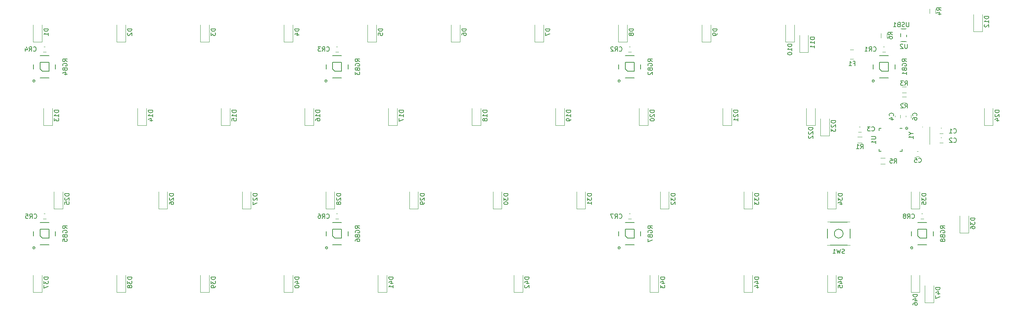
<source format=gbo>
%TF.GenerationSoftware,KiCad,Pcbnew,(5.0.0)*%
%TF.CreationDate,2018-11-28T21:03:07-08:00*%
%TF.ProjectId,UT47.2,555434372E322E6B696361645F706362,rev?*%
%TF.SameCoordinates,Original*%
%TF.FileFunction,Legend,Bot*%
%TF.FilePolarity,Positive*%
%FSLAX46Y46*%
G04 Gerber Fmt 4.6, Leading zero omitted, Abs format (unit mm)*
G04 Created by KiCad (PCBNEW (5.0.0)) date 11/28/18 21:03:07*
%MOMM*%
%LPD*%
G01*
G04 APERTURE LIST*
%ADD10C,0.200000*%
%ADD11C,0.120000*%
%ADD12C,0.150000*%
%ADD13C,0.300000*%
%ADD14C,0.010000*%
%ADD15R,1.600000X1.300000*%
%ADD16R,2.950000X2.900000*%
%ADD17C,2.150000*%
%ADD18C,3.400000*%
%ADD19C,4.387800*%
%ADD20R,2.200000X1.800000*%
%ADD21R,2.200000X1.500000*%
%ADD22R,1.100000X1.400000*%
%ADD23R,1.100000X1.000000*%
%ADD24R,1.000000X1.850000*%
%ADD25R,0.700000X1.850000*%
%ADD26C,1.050000*%
%ADD27O,1.400000X2.500000*%
%ADD28O,1.400000X2.000000*%
%ADD29R,1.600000X1.800000*%
%ADD30C,3.448000*%
%ADD31R,1.200000X1.150000*%
%ADD32R,1.150000X1.200000*%
%ADD33R,0.900000X1.300000*%
%ADD34R,1.300000X0.900000*%
%ADD35R,2.125000X2.125000*%
%ADD36R,0.650000X1.100000*%
%ADD37R,1.100000X0.650000*%
%ADD38R,1.540000X2.430000*%
G04 APERTURE END LIST*
D10*
X48641000Y-90551000D02*
G75*
G03X48641000Y-90551000I-254000J0D01*
G01*
X115316000Y-90551000D02*
G75*
G03X115316000Y-90551000I-254000J0D01*
G01*
X181991000Y-90551000D02*
G75*
G03X181991000Y-90551000I-254000J0D01*
G01*
X248666000Y-90551000D02*
G75*
G03X248666000Y-90551000I-254000J0D01*
G01*
X48641000Y-52451000D02*
G75*
G03X48641000Y-52451000I-254000J0D01*
G01*
X115189000Y-52451000D02*
G75*
G03X115189000Y-52451000I-254000J0D01*
G01*
X181991000Y-52451000D02*
G75*
G03X181991000Y-52451000I-254000J0D01*
G01*
X239903000Y-52451000D02*
G75*
G03X239903000Y-52451000I-254000J0D01*
G01*
X247523000Y-63246000D02*
G75*
G03X247523000Y-63246000I-254000J0D01*
G01*
D11*
X50212500Y-43525000D02*
X48212500Y-43525000D01*
X48212500Y-43525000D02*
X48212500Y-39625000D01*
X50212500Y-43525000D02*
X50212500Y-39625000D01*
X69262500Y-43525000D02*
X67262500Y-43525000D01*
X67262500Y-43525000D02*
X67262500Y-39625000D01*
X69262500Y-43525000D02*
X69262500Y-39625000D01*
X88312500Y-43525000D02*
X86312500Y-43525000D01*
X86312500Y-43525000D02*
X86312500Y-39625000D01*
X88312500Y-43525000D02*
X88312500Y-39625000D01*
X107362500Y-43525000D02*
X105362500Y-43525000D01*
X105362500Y-43525000D02*
X105362500Y-39625000D01*
X107362500Y-43525000D02*
X107362500Y-39625000D01*
X126412500Y-43525000D02*
X124412500Y-43525000D01*
X124412500Y-43525000D02*
X124412500Y-39625000D01*
X126412500Y-43525000D02*
X126412500Y-39625000D01*
X145462500Y-43525000D02*
X143462500Y-43525000D01*
X143462500Y-43525000D02*
X143462500Y-39625000D01*
X145462500Y-43525000D02*
X145462500Y-39625000D01*
X164512500Y-43525000D02*
X162512500Y-43525000D01*
X162512500Y-43525000D02*
X162512500Y-39625000D01*
X164512500Y-43525000D02*
X164512500Y-39625000D01*
X183562500Y-43525000D02*
X181562500Y-43525000D01*
X181562500Y-43525000D02*
X181562500Y-39625000D01*
X183562500Y-43525000D02*
X183562500Y-39625000D01*
X202612500Y-43525000D02*
X200612500Y-43525000D01*
X200612500Y-43525000D02*
X200612500Y-39625000D01*
X202612500Y-43525000D02*
X202612500Y-39625000D01*
X221662500Y-43525000D02*
X219662500Y-43525000D01*
X219662500Y-43525000D02*
X219662500Y-39625000D01*
X221662500Y-43525000D02*
X221662500Y-39625000D01*
X224837500Y-45906250D02*
X224837500Y-42006250D01*
X222837500Y-45906250D02*
X222837500Y-42006250D01*
X224837500Y-45906250D02*
X222837500Y-45906250D01*
X264525000Y-41143750D02*
X262525000Y-41143750D01*
X262525000Y-41143750D02*
X262525000Y-37243750D01*
X264525000Y-41143750D02*
X264525000Y-37243750D01*
X52593750Y-62575000D02*
X50593750Y-62575000D01*
X50593750Y-62575000D02*
X50593750Y-58675000D01*
X52593750Y-62575000D02*
X52593750Y-58675000D01*
X74025000Y-62575000D02*
X72025000Y-62575000D01*
X72025000Y-62575000D02*
X72025000Y-58675000D01*
X74025000Y-62575000D02*
X74025000Y-58675000D01*
X93075000Y-62575000D02*
X91075000Y-62575000D01*
X91075000Y-62575000D02*
X91075000Y-58675000D01*
X93075000Y-62575000D02*
X93075000Y-58675000D01*
X112125000Y-62575000D02*
X110125000Y-62575000D01*
X110125000Y-62575000D02*
X110125000Y-58675000D01*
X112125000Y-62575000D02*
X112125000Y-58675000D01*
X131175000Y-62575000D02*
X129175000Y-62575000D01*
X129175000Y-62575000D02*
X129175000Y-58675000D01*
X131175000Y-62575000D02*
X131175000Y-58675000D01*
X150225000Y-62575000D02*
X148225000Y-62575000D01*
X148225000Y-62575000D02*
X148225000Y-58675000D01*
X150225000Y-62575000D02*
X150225000Y-58675000D01*
X169275000Y-62575000D02*
X167275000Y-62575000D01*
X167275000Y-62575000D02*
X167275000Y-58675000D01*
X169275000Y-62575000D02*
X169275000Y-58675000D01*
X188325000Y-62575000D02*
X186325000Y-62575000D01*
X186325000Y-62575000D02*
X186325000Y-58675000D01*
X188325000Y-62575000D02*
X188325000Y-58675000D01*
X207375000Y-62575000D02*
X205375000Y-62575000D01*
X205375000Y-62575000D02*
X205375000Y-58675000D01*
X207375000Y-62575000D02*
X207375000Y-58675000D01*
X226425000Y-62575000D02*
X224425000Y-62575000D01*
X224425000Y-62575000D02*
X224425000Y-58675000D01*
X226425000Y-62575000D02*
X226425000Y-58675000D01*
X229600000Y-64956250D02*
X227600000Y-64956250D01*
X227600000Y-64956250D02*
X227600000Y-61056250D01*
X229600000Y-64956250D02*
X229600000Y-61056250D01*
X266906250Y-62575000D02*
X264906250Y-62575000D01*
X264906250Y-62575000D02*
X264906250Y-58675000D01*
X266906250Y-62575000D02*
X266906250Y-58675000D01*
X54975000Y-81625000D02*
X52975000Y-81625000D01*
X52975000Y-81625000D02*
X52975000Y-77725000D01*
X54975000Y-81625000D02*
X54975000Y-77725000D01*
X78787500Y-81625000D02*
X76787500Y-81625000D01*
X76787500Y-81625000D02*
X76787500Y-77725000D01*
X78787500Y-81625000D02*
X78787500Y-77725000D01*
X97837500Y-81625000D02*
X95837500Y-81625000D01*
X95837500Y-81625000D02*
X95837500Y-77725000D01*
X97837500Y-81625000D02*
X97837500Y-77725000D01*
X116887500Y-81625000D02*
X114887500Y-81625000D01*
X114887500Y-81625000D02*
X114887500Y-77725000D01*
X116887500Y-81625000D02*
X116887500Y-77725000D01*
X135937500Y-81625000D02*
X133937500Y-81625000D01*
X133937500Y-81625000D02*
X133937500Y-77725000D01*
X135937500Y-81625000D02*
X135937500Y-77725000D01*
X154987500Y-81625000D02*
X152987500Y-81625000D01*
X152987500Y-81625000D02*
X152987500Y-77725000D01*
X154987500Y-81625000D02*
X154987500Y-77725000D01*
X174037500Y-81625000D02*
X172037500Y-81625000D01*
X172037500Y-81625000D02*
X172037500Y-77725000D01*
X174037500Y-81625000D02*
X174037500Y-77725000D01*
X193087500Y-81625000D02*
X191087500Y-81625000D01*
X191087500Y-81625000D02*
X191087500Y-77725000D01*
X193087500Y-81625000D02*
X193087500Y-77725000D01*
X212137500Y-81625000D02*
X210137500Y-81625000D01*
X210137500Y-81625000D02*
X210137500Y-77725000D01*
X212137500Y-81625000D02*
X212137500Y-77725000D01*
X231187500Y-81625000D02*
X229187500Y-81625000D01*
X229187500Y-81625000D02*
X229187500Y-77725000D01*
X231187500Y-81625000D02*
X231187500Y-77725000D01*
X250237500Y-81625000D02*
X248237500Y-81625000D01*
X248237500Y-81625000D02*
X248237500Y-77725000D01*
X250237500Y-81625000D02*
X250237500Y-77725000D01*
X261350000Y-87181250D02*
X259350000Y-87181250D01*
X259350000Y-87181250D02*
X259350000Y-83281250D01*
X261350000Y-87181250D02*
X261350000Y-83281250D01*
X50212500Y-100675000D02*
X48212500Y-100675000D01*
X48212500Y-100675000D02*
X48212500Y-96775000D01*
X50212500Y-100675000D02*
X50212500Y-96775000D01*
X69262500Y-100675000D02*
X67262500Y-100675000D01*
X67262500Y-100675000D02*
X67262500Y-96775000D01*
X69262500Y-100675000D02*
X69262500Y-96775000D01*
X88312500Y-100675000D02*
X86312500Y-100675000D01*
X86312500Y-100675000D02*
X86312500Y-96775000D01*
X88312500Y-100675000D02*
X88312500Y-96775000D01*
X107362500Y-100675000D02*
X105362500Y-100675000D01*
X105362500Y-100675000D02*
X105362500Y-96775000D01*
X107362500Y-100675000D02*
X107362500Y-96775000D01*
X128793750Y-100675000D02*
X126793750Y-100675000D01*
X126793750Y-100675000D02*
X126793750Y-96775000D01*
X128793750Y-100675000D02*
X128793750Y-96775000D01*
X159750000Y-100675000D02*
X157750000Y-100675000D01*
X157750000Y-100675000D02*
X157750000Y-96775000D01*
X159750000Y-100675000D02*
X159750000Y-96775000D01*
X190706250Y-100675000D02*
X188706250Y-100675000D01*
X188706250Y-100675000D02*
X188706250Y-96775000D01*
X190706250Y-100675000D02*
X190706250Y-96775000D01*
X212137500Y-100675000D02*
X210137500Y-100675000D01*
X210137500Y-100675000D02*
X210137500Y-96775000D01*
X212137500Y-100675000D02*
X212137500Y-96775000D01*
X231187500Y-100675000D02*
X229187500Y-100675000D01*
X229187500Y-100675000D02*
X229187500Y-96775000D01*
X231187500Y-100675000D02*
X231187500Y-96775000D01*
X250237500Y-100675000D02*
X248237500Y-100675000D01*
X248237500Y-100675000D02*
X248237500Y-96775000D01*
X250237500Y-100675000D02*
X250237500Y-96775000D01*
X253412500Y-103056250D02*
X251412500Y-103056250D01*
X251412500Y-103056250D02*
X251412500Y-99156250D01*
X253412500Y-103056250D02*
X253412500Y-99156250D01*
D10*
X244593750Y-49712500D02*
X244593750Y-48712500D01*
X243093750Y-46712500D02*
X241093750Y-46712500D01*
X239593750Y-49712500D02*
X239593750Y-48712500D01*
X243093750Y-51712500D02*
X241093750Y-51712500D01*
X241593750Y-50212500D02*
X243093750Y-50212500D01*
X241093750Y-49712500D02*
X241593750Y-50212500D01*
X241093750Y-48212500D02*
X241093750Y-49712500D01*
X243093750Y-48212500D02*
X241093750Y-48212500D01*
X243093750Y-50212500D02*
X243093750Y-48212500D01*
X186650000Y-49712500D02*
X186650000Y-48712500D01*
X185150000Y-46712500D02*
X183150000Y-46712500D01*
X181650000Y-49712500D02*
X181650000Y-48712500D01*
X185150000Y-51712500D02*
X183150000Y-51712500D01*
X183650000Y-50212500D02*
X185150000Y-50212500D01*
X183150000Y-49712500D02*
X183650000Y-50212500D01*
X183150000Y-48212500D02*
X183150000Y-49712500D01*
X185150000Y-48212500D02*
X183150000Y-48212500D01*
X185150000Y-50212500D02*
X185150000Y-48212500D01*
X119975000Y-49712500D02*
X119975000Y-48712500D01*
X118475000Y-46712500D02*
X116475000Y-46712500D01*
X114975000Y-49712500D02*
X114975000Y-48712500D01*
X118475000Y-51712500D02*
X116475000Y-51712500D01*
X116975000Y-50212500D02*
X118475000Y-50212500D01*
X116475000Y-49712500D02*
X116975000Y-50212500D01*
X116475000Y-48212500D02*
X116475000Y-49712500D01*
X118475000Y-48212500D02*
X116475000Y-48212500D01*
X118475000Y-50212500D02*
X118475000Y-48212500D01*
X53300000Y-49712500D02*
X53300000Y-48712500D01*
X51800000Y-46712500D02*
X49800000Y-46712500D01*
X48300000Y-49712500D02*
X48300000Y-48712500D01*
X51800000Y-51712500D02*
X49800000Y-51712500D01*
X50300000Y-50212500D02*
X51800000Y-50212500D01*
X49800000Y-49712500D02*
X50300000Y-50212500D01*
X49800000Y-48212500D02*
X49800000Y-49712500D01*
X51800000Y-48212500D02*
X49800000Y-48212500D01*
X51800000Y-50212500D02*
X51800000Y-48212500D01*
X53300000Y-87812500D02*
X53300000Y-86812500D01*
X51800000Y-84812500D02*
X49800000Y-84812500D01*
X48300000Y-87812500D02*
X48300000Y-86812500D01*
X51800000Y-89812500D02*
X49800000Y-89812500D01*
X50300000Y-88312500D02*
X51800000Y-88312500D01*
X49800000Y-87812500D02*
X50300000Y-88312500D01*
X49800000Y-86312500D02*
X49800000Y-87812500D01*
X51800000Y-86312500D02*
X49800000Y-86312500D01*
X51800000Y-88312500D02*
X51800000Y-86312500D01*
X119975000Y-87812500D02*
X119975000Y-86812500D01*
X118475000Y-84812500D02*
X116475000Y-84812500D01*
X114975000Y-87812500D02*
X114975000Y-86812500D01*
X118475000Y-89812500D02*
X116475000Y-89812500D01*
X116975000Y-88312500D02*
X118475000Y-88312500D01*
X116475000Y-87812500D02*
X116975000Y-88312500D01*
X116475000Y-86312500D02*
X116475000Y-87812500D01*
X118475000Y-86312500D02*
X116475000Y-86312500D01*
X118475000Y-88312500D02*
X118475000Y-86312500D01*
X186650000Y-87812500D02*
X186650000Y-86812500D01*
X185150000Y-84812500D02*
X183150000Y-84812500D01*
X181650000Y-87812500D02*
X181650000Y-86812500D01*
X185150000Y-89812500D02*
X183150000Y-89812500D01*
X183650000Y-88312500D02*
X185150000Y-88312500D01*
X183150000Y-87812500D02*
X183650000Y-88312500D01*
X183150000Y-86312500D02*
X183150000Y-87812500D01*
X185150000Y-86312500D02*
X183150000Y-86312500D01*
X185150000Y-88312500D02*
X185150000Y-86312500D01*
X253325000Y-87812500D02*
X253325000Y-86812500D01*
X251825000Y-84812500D02*
X249825000Y-84812500D01*
X248325000Y-87812500D02*
X248325000Y-86812500D01*
X251825000Y-89812500D02*
X249825000Y-89812500D01*
X250325000Y-88312500D02*
X251825000Y-88312500D01*
X249825000Y-87812500D02*
X250325000Y-88312500D01*
X249825000Y-86312500D02*
X249825000Y-87812500D01*
X251825000Y-86312500D02*
X249825000Y-86312500D01*
X251825000Y-88312500D02*
X251825000Y-86312500D01*
D12*
X234375000Y-84712500D02*
X229175000Y-84712500D01*
X229175000Y-84712500D02*
X229175000Y-89912500D01*
X229175000Y-89912500D02*
X234375000Y-89912500D01*
X234375000Y-89912500D02*
X234375000Y-84712500D01*
X232775000Y-87312500D02*
G75*
G03X232775000Y-87312500I-1000000J0D01*
G01*
X245920500Y-40587000D02*
X245920500Y-43487000D01*
X245920500Y-40587000D02*
X247220500Y-40587000D01*
X247220500Y-40587000D02*
X247220500Y-43487000D01*
X247220500Y-43487000D02*
X245920500Y-43487000D01*
D11*
X249238500Y-62897000D02*
X252538500Y-62897000D01*
X252538500Y-62897000D02*
X252538500Y-66897000D01*
X254824750Y-64417500D02*
X255524750Y-64417500D01*
X255524750Y-63217500D02*
X254824750Y-63217500D01*
X255524750Y-65376500D02*
X254824750Y-65376500D01*
X254824750Y-66576500D02*
X255524750Y-66576500D01*
X236951000Y-62900000D02*
X236251000Y-62900000D01*
X236251000Y-64100000D02*
X236951000Y-64100000D01*
X244637000Y-60229000D02*
X244637000Y-60929000D01*
X245837000Y-60929000D02*
X245837000Y-60229000D01*
X249459000Y-69688000D02*
X250159000Y-69688000D01*
X250159000Y-68488000D02*
X249459000Y-68488000D01*
X247050000Y-60229000D02*
X247050000Y-60929000D01*
X248250000Y-60929000D02*
X248250000Y-60229000D01*
X241743750Y-45843750D02*
X242443750Y-45843750D01*
X242443750Y-44643750D02*
X241743750Y-44643750D01*
X184500000Y-44643750D02*
X183800000Y-44643750D01*
X183800000Y-45843750D02*
X184500000Y-45843750D01*
X117125000Y-45843750D02*
X117825000Y-45843750D01*
X117825000Y-44643750D02*
X117125000Y-44643750D01*
X51150000Y-44643750D02*
X50450000Y-44643750D01*
X50450000Y-45843750D02*
X51150000Y-45843750D01*
X50450000Y-83943750D02*
X51150000Y-83943750D01*
X51150000Y-82743750D02*
X50450000Y-82743750D01*
X117825000Y-82743750D02*
X117125000Y-82743750D01*
X117125000Y-83943750D02*
X117825000Y-83943750D01*
X183800000Y-83943750D02*
X184500000Y-83943750D01*
X184500000Y-82743750D02*
X183800000Y-82743750D01*
X251175000Y-82743750D02*
X250475000Y-82743750D01*
X250475000Y-83943750D02*
X251175000Y-83943750D01*
X236101000Y-66593000D02*
X237101000Y-66593000D01*
X237101000Y-65233000D02*
X236101000Y-65233000D01*
X247197500Y-56057250D02*
X246197500Y-56057250D01*
X246197500Y-57417250D02*
X247197500Y-57417250D01*
X247197500Y-53771250D02*
X246197500Y-53771250D01*
X246197500Y-55131250D02*
X247197500Y-55131250D01*
X252526250Y-36012500D02*
X252526250Y-37012500D01*
X253886250Y-37012500D02*
X253886250Y-36012500D01*
X242308000Y-70059000D02*
X241308000Y-70059000D01*
X241308000Y-71419000D02*
X242308000Y-71419000D01*
X242773750Y-42568750D02*
X242773750Y-41568750D01*
X241413750Y-41568750D02*
X241413750Y-42568750D01*
D12*
X240961000Y-63288000D02*
X241486000Y-63288000D01*
X240961000Y-68538000D02*
X241486000Y-68538000D01*
X246211000Y-68538000D02*
X245686000Y-68538000D01*
X246211000Y-63288000D02*
X245686000Y-63288000D01*
X240961000Y-68538000D02*
X240961000Y-68013000D01*
X246211000Y-68538000D02*
X246211000Y-68013000D01*
X240961000Y-63288000D02*
X240961000Y-63813000D01*
D11*
X233823000Y-47425000D02*
X235823000Y-47425000D01*
X235823000Y-45285000D02*
X233823000Y-45285000D01*
D12*
X51664880Y-40536904D02*
X50664880Y-40536904D01*
X50664880Y-40775000D01*
X50712500Y-40917857D01*
X50807738Y-41013095D01*
X50902976Y-41060714D01*
X51093452Y-41108333D01*
X51236309Y-41108333D01*
X51426785Y-41060714D01*
X51522023Y-41013095D01*
X51617261Y-40917857D01*
X51664880Y-40775000D01*
X51664880Y-40536904D01*
X51664880Y-42060714D02*
X51664880Y-41489285D01*
X51664880Y-41775000D02*
X50664880Y-41775000D01*
X50807738Y-41679761D01*
X50902976Y-41584523D01*
X50950595Y-41489285D01*
X70714880Y-40536904D02*
X69714880Y-40536904D01*
X69714880Y-40775000D01*
X69762500Y-40917857D01*
X69857738Y-41013095D01*
X69952976Y-41060714D01*
X70143452Y-41108333D01*
X70286309Y-41108333D01*
X70476785Y-41060714D01*
X70572023Y-41013095D01*
X70667261Y-40917857D01*
X70714880Y-40775000D01*
X70714880Y-40536904D01*
X69810119Y-41489285D02*
X69762500Y-41536904D01*
X69714880Y-41632142D01*
X69714880Y-41870238D01*
X69762500Y-41965476D01*
X69810119Y-42013095D01*
X69905357Y-42060714D01*
X70000595Y-42060714D01*
X70143452Y-42013095D01*
X70714880Y-41441666D01*
X70714880Y-42060714D01*
X89764880Y-40536904D02*
X88764880Y-40536904D01*
X88764880Y-40775000D01*
X88812500Y-40917857D01*
X88907738Y-41013095D01*
X89002976Y-41060714D01*
X89193452Y-41108333D01*
X89336309Y-41108333D01*
X89526785Y-41060714D01*
X89622023Y-41013095D01*
X89717261Y-40917857D01*
X89764880Y-40775000D01*
X89764880Y-40536904D01*
X88764880Y-41441666D02*
X88764880Y-42060714D01*
X89145833Y-41727380D01*
X89145833Y-41870238D01*
X89193452Y-41965476D01*
X89241071Y-42013095D01*
X89336309Y-42060714D01*
X89574404Y-42060714D01*
X89669642Y-42013095D01*
X89717261Y-41965476D01*
X89764880Y-41870238D01*
X89764880Y-41584523D01*
X89717261Y-41489285D01*
X89669642Y-41441666D01*
X108814880Y-40536904D02*
X107814880Y-40536904D01*
X107814880Y-40775000D01*
X107862500Y-40917857D01*
X107957738Y-41013095D01*
X108052976Y-41060714D01*
X108243452Y-41108333D01*
X108386309Y-41108333D01*
X108576785Y-41060714D01*
X108672023Y-41013095D01*
X108767261Y-40917857D01*
X108814880Y-40775000D01*
X108814880Y-40536904D01*
X108148214Y-41965476D02*
X108814880Y-41965476D01*
X107767261Y-41727380D02*
X108481547Y-41489285D01*
X108481547Y-42108333D01*
X127864880Y-40536904D02*
X126864880Y-40536904D01*
X126864880Y-40775000D01*
X126912500Y-40917857D01*
X127007738Y-41013095D01*
X127102976Y-41060714D01*
X127293452Y-41108333D01*
X127436309Y-41108333D01*
X127626785Y-41060714D01*
X127722023Y-41013095D01*
X127817261Y-40917857D01*
X127864880Y-40775000D01*
X127864880Y-40536904D01*
X126864880Y-42013095D02*
X126864880Y-41536904D01*
X127341071Y-41489285D01*
X127293452Y-41536904D01*
X127245833Y-41632142D01*
X127245833Y-41870238D01*
X127293452Y-41965476D01*
X127341071Y-42013095D01*
X127436309Y-42060714D01*
X127674404Y-42060714D01*
X127769642Y-42013095D01*
X127817261Y-41965476D01*
X127864880Y-41870238D01*
X127864880Y-41632142D01*
X127817261Y-41536904D01*
X127769642Y-41489285D01*
X146914880Y-40536904D02*
X145914880Y-40536904D01*
X145914880Y-40775000D01*
X145962500Y-40917857D01*
X146057738Y-41013095D01*
X146152976Y-41060714D01*
X146343452Y-41108333D01*
X146486309Y-41108333D01*
X146676785Y-41060714D01*
X146772023Y-41013095D01*
X146867261Y-40917857D01*
X146914880Y-40775000D01*
X146914880Y-40536904D01*
X145914880Y-41965476D02*
X145914880Y-41775000D01*
X145962500Y-41679761D01*
X146010119Y-41632142D01*
X146152976Y-41536904D01*
X146343452Y-41489285D01*
X146724404Y-41489285D01*
X146819642Y-41536904D01*
X146867261Y-41584523D01*
X146914880Y-41679761D01*
X146914880Y-41870238D01*
X146867261Y-41965476D01*
X146819642Y-42013095D01*
X146724404Y-42060714D01*
X146486309Y-42060714D01*
X146391071Y-42013095D01*
X146343452Y-41965476D01*
X146295833Y-41870238D01*
X146295833Y-41679761D01*
X146343452Y-41584523D01*
X146391071Y-41536904D01*
X146486309Y-41489285D01*
X165964880Y-40536904D02*
X164964880Y-40536904D01*
X164964880Y-40775000D01*
X165012500Y-40917857D01*
X165107738Y-41013095D01*
X165202976Y-41060714D01*
X165393452Y-41108333D01*
X165536309Y-41108333D01*
X165726785Y-41060714D01*
X165822023Y-41013095D01*
X165917261Y-40917857D01*
X165964880Y-40775000D01*
X165964880Y-40536904D01*
X164964880Y-41441666D02*
X164964880Y-42108333D01*
X165964880Y-41679761D01*
X185014880Y-40536904D02*
X184014880Y-40536904D01*
X184014880Y-40775000D01*
X184062500Y-40917857D01*
X184157738Y-41013095D01*
X184252976Y-41060714D01*
X184443452Y-41108333D01*
X184586309Y-41108333D01*
X184776785Y-41060714D01*
X184872023Y-41013095D01*
X184967261Y-40917857D01*
X185014880Y-40775000D01*
X185014880Y-40536904D01*
X184443452Y-41679761D02*
X184395833Y-41584523D01*
X184348214Y-41536904D01*
X184252976Y-41489285D01*
X184205357Y-41489285D01*
X184110119Y-41536904D01*
X184062500Y-41584523D01*
X184014880Y-41679761D01*
X184014880Y-41870238D01*
X184062500Y-41965476D01*
X184110119Y-42013095D01*
X184205357Y-42060714D01*
X184252976Y-42060714D01*
X184348214Y-42013095D01*
X184395833Y-41965476D01*
X184443452Y-41870238D01*
X184443452Y-41679761D01*
X184491071Y-41584523D01*
X184538690Y-41536904D01*
X184633928Y-41489285D01*
X184824404Y-41489285D01*
X184919642Y-41536904D01*
X184967261Y-41584523D01*
X185014880Y-41679761D01*
X185014880Y-41870238D01*
X184967261Y-41965476D01*
X184919642Y-42013095D01*
X184824404Y-42060714D01*
X184633928Y-42060714D01*
X184538690Y-42013095D01*
X184491071Y-41965476D01*
X184443452Y-41870238D01*
X204064880Y-40536904D02*
X203064880Y-40536904D01*
X203064880Y-40775000D01*
X203112500Y-40917857D01*
X203207738Y-41013095D01*
X203302976Y-41060714D01*
X203493452Y-41108333D01*
X203636309Y-41108333D01*
X203826785Y-41060714D01*
X203922023Y-41013095D01*
X204017261Y-40917857D01*
X204064880Y-40775000D01*
X204064880Y-40536904D01*
X204064880Y-41584523D02*
X204064880Y-41775000D01*
X204017261Y-41870238D01*
X203969642Y-41917857D01*
X203826785Y-42013095D01*
X203636309Y-42060714D01*
X203255357Y-42060714D01*
X203160119Y-42013095D01*
X203112500Y-41965476D01*
X203064880Y-41870238D01*
X203064880Y-41679761D01*
X203112500Y-41584523D01*
X203160119Y-41536904D01*
X203255357Y-41489285D01*
X203493452Y-41489285D01*
X203588690Y-41536904D01*
X203636309Y-41584523D01*
X203683928Y-41679761D01*
X203683928Y-41870238D01*
X203636309Y-41965476D01*
X203588690Y-42013095D01*
X203493452Y-42060714D01*
X221114880Y-44029464D02*
X220114880Y-44029464D01*
X220114880Y-44267559D01*
X220162500Y-44410416D01*
X220257738Y-44505654D01*
X220352976Y-44553273D01*
X220543452Y-44600892D01*
X220686309Y-44600892D01*
X220876785Y-44553273D01*
X220972023Y-44505654D01*
X221067261Y-44410416D01*
X221114880Y-44267559D01*
X221114880Y-44029464D01*
X221114880Y-45553273D02*
X221114880Y-44981845D01*
X221114880Y-45267559D02*
X220114880Y-45267559D01*
X220257738Y-45172321D01*
X220352976Y-45077083D01*
X220400595Y-44981845D01*
X220114880Y-46172321D02*
X220114880Y-46267559D01*
X220162500Y-46362797D01*
X220210119Y-46410416D01*
X220305357Y-46458035D01*
X220495833Y-46505654D01*
X220733928Y-46505654D01*
X220924404Y-46458035D01*
X221019642Y-46410416D01*
X221067261Y-46362797D01*
X221114880Y-46267559D01*
X221114880Y-46172321D01*
X221067261Y-46077083D01*
X221019642Y-46029464D01*
X220924404Y-45981845D01*
X220733928Y-45934226D01*
X220495833Y-45934226D01*
X220305357Y-45981845D01*
X220210119Y-46029464D01*
X220162500Y-46077083D01*
X220114880Y-46172321D01*
X226289880Y-42441964D02*
X225289880Y-42441964D01*
X225289880Y-42680059D01*
X225337500Y-42822916D01*
X225432738Y-42918154D01*
X225527976Y-42965773D01*
X225718452Y-43013392D01*
X225861309Y-43013392D01*
X226051785Y-42965773D01*
X226147023Y-42918154D01*
X226242261Y-42822916D01*
X226289880Y-42680059D01*
X226289880Y-42441964D01*
X226289880Y-43965773D02*
X226289880Y-43394345D01*
X226289880Y-43680059D02*
X225289880Y-43680059D01*
X225432738Y-43584821D01*
X225527976Y-43489583D01*
X225575595Y-43394345D01*
X226289880Y-44918154D02*
X226289880Y-44346726D01*
X226289880Y-44632440D02*
X225289880Y-44632440D01*
X225432738Y-44537202D01*
X225527976Y-44441964D01*
X225575595Y-44346726D01*
X265977380Y-37679464D02*
X264977380Y-37679464D01*
X264977380Y-37917559D01*
X265025000Y-38060416D01*
X265120238Y-38155654D01*
X265215476Y-38203273D01*
X265405952Y-38250892D01*
X265548809Y-38250892D01*
X265739285Y-38203273D01*
X265834523Y-38155654D01*
X265929761Y-38060416D01*
X265977380Y-37917559D01*
X265977380Y-37679464D01*
X265977380Y-39203273D02*
X265977380Y-38631845D01*
X265977380Y-38917559D02*
X264977380Y-38917559D01*
X265120238Y-38822321D01*
X265215476Y-38727083D01*
X265263095Y-38631845D01*
X265072619Y-39584226D02*
X265025000Y-39631845D01*
X264977380Y-39727083D01*
X264977380Y-39965178D01*
X265025000Y-40060416D01*
X265072619Y-40108035D01*
X265167857Y-40155654D01*
X265263095Y-40155654D01*
X265405952Y-40108035D01*
X265977380Y-39536607D01*
X265977380Y-40155654D01*
X54046130Y-59110714D02*
X53046130Y-59110714D01*
X53046130Y-59348809D01*
X53093750Y-59491666D01*
X53188988Y-59586904D01*
X53284226Y-59634523D01*
X53474702Y-59682142D01*
X53617559Y-59682142D01*
X53808035Y-59634523D01*
X53903273Y-59586904D01*
X53998511Y-59491666D01*
X54046130Y-59348809D01*
X54046130Y-59110714D01*
X54046130Y-60634523D02*
X54046130Y-60063095D01*
X54046130Y-60348809D02*
X53046130Y-60348809D01*
X53188988Y-60253571D01*
X53284226Y-60158333D01*
X53331845Y-60063095D01*
X53046130Y-60967857D02*
X53046130Y-61586904D01*
X53427083Y-61253571D01*
X53427083Y-61396428D01*
X53474702Y-61491666D01*
X53522321Y-61539285D01*
X53617559Y-61586904D01*
X53855654Y-61586904D01*
X53950892Y-61539285D01*
X53998511Y-61491666D01*
X54046130Y-61396428D01*
X54046130Y-61110714D01*
X53998511Y-61015476D01*
X53950892Y-60967857D01*
X75477380Y-59110714D02*
X74477380Y-59110714D01*
X74477380Y-59348809D01*
X74525000Y-59491666D01*
X74620238Y-59586904D01*
X74715476Y-59634523D01*
X74905952Y-59682142D01*
X75048809Y-59682142D01*
X75239285Y-59634523D01*
X75334523Y-59586904D01*
X75429761Y-59491666D01*
X75477380Y-59348809D01*
X75477380Y-59110714D01*
X75477380Y-60634523D02*
X75477380Y-60063095D01*
X75477380Y-60348809D02*
X74477380Y-60348809D01*
X74620238Y-60253571D01*
X74715476Y-60158333D01*
X74763095Y-60063095D01*
X74810714Y-61491666D02*
X75477380Y-61491666D01*
X74429761Y-61253571D02*
X75144047Y-61015476D01*
X75144047Y-61634523D01*
X94527380Y-59110714D02*
X93527380Y-59110714D01*
X93527380Y-59348809D01*
X93575000Y-59491666D01*
X93670238Y-59586904D01*
X93765476Y-59634523D01*
X93955952Y-59682142D01*
X94098809Y-59682142D01*
X94289285Y-59634523D01*
X94384523Y-59586904D01*
X94479761Y-59491666D01*
X94527380Y-59348809D01*
X94527380Y-59110714D01*
X94527380Y-60634523D02*
X94527380Y-60063095D01*
X94527380Y-60348809D02*
X93527380Y-60348809D01*
X93670238Y-60253571D01*
X93765476Y-60158333D01*
X93813095Y-60063095D01*
X93527380Y-61539285D02*
X93527380Y-61063095D01*
X94003571Y-61015476D01*
X93955952Y-61063095D01*
X93908333Y-61158333D01*
X93908333Y-61396428D01*
X93955952Y-61491666D01*
X94003571Y-61539285D01*
X94098809Y-61586904D01*
X94336904Y-61586904D01*
X94432142Y-61539285D01*
X94479761Y-61491666D01*
X94527380Y-61396428D01*
X94527380Y-61158333D01*
X94479761Y-61063095D01*
X94432142Y-61015476D01*
X113577380Y-59110714D02*
X112577380Y-59110714D01*
X112577380Y-59348809D01*
X112625000Y-59491666D01*
X112720238Y-59586904D01*
X112815476Y-59634523D01*
X113005952Y-59682142D01*
X113148809Y-59682142D01*
X113339285Y-59634523D01*
X113434523Y-59586904D01*
X113529761Y-59491666D01*
X113577380Y-59348809D01*
X113577380Y-59110714D01*
X113577380Y-60634523D02*
X113577380Y-60063095D01*
X113577380Y-60348809D02*
X112577380Y-60348809D01*
X112720238Y-60253571D01*
X112815476Y-60158333D01*
X112863095Y-60063095D01*
X112577380Y-61491666D02*
X112577380Y-61301190D01*
X112625000Y-61205952D01*
X112672619Y-61158333D01*
X112815476Y-61063095D01*
X113005952Y-61015476D01*
X113386904Y-61015476D01*
X113482142Y-61063095D01*
X113529761Y-61110714D01*
X113577380Y-61205952D01*
X113577380Y-61396428D01*
X113529761Y-61491666D01*
X113482142Y-61539285D01*
X113386904Y-61586904D01*
X113148809Y-61586904D01*
X113053571Y-61539285D01*
X113005952Y-61491666D01*
X112958333Y-61396428D01*
X112958333Y-61205952D01*
X113005952Y-61110714D01*
X113053571Y-61063095D01*
X113148809Y-61015476D01*
X132627380Y-59110714D02*
X131627380Y-59110714D01*
X131627380Y-59348809D01*
X131675000Y-59491666D01*
X131770238Y-59586904D01*
X131865476Y-59634523D01*
X132055952Y-59682142D01*
X132198809Y-59682142D01*
X132389285Y-59634523D01*
X132484523Y-59586904D01*
X132579761Y-59491666D01*
X132627380Y-59348809D01*
X132627380Y-59110714D01*
X132627380Y-60634523D02*
X132627380Y-60063095D01*
X132627380Y-60348809D02*
X131627380Y-60348809D01*
X131770238Y-60253571D01*
X131865476Y-60158333D01*
X131913095Y-60063095D01*
X131627380Y-60967857D02*
X131627380Y-61634523D01*
X132627380Y-61205952D01*
X151677380Y-59110714D02*
X150677380Y-59110714D01*
X150677380Y-59348809D01*
X150725000Y-59491666D01*
X150820238Y-59586904D01*
X150915476Y-59634523D01*
X151105952Y-59682142D01*
X151248809Y-59682142D01*
X151439285Y-59634523D01*
X151534523Y-59586904D01*
X151629761Y-59491666D01*
X151677380Y-59348809D01*
X151677380Y-59110714D01*
X151677380Y-60634523D02*
X151677380Y-60063095D01*
X151677380Y-60348809D02*
X150677380Y-60348809D01*
X150820238Y-60253571D01*
X150915476Y-60158333D01*
X150963095Y-60063095D01*
X151105952Y-61205952D02*
X151058333Y-61110714D01*
X151010714Y-61063095D01*
X150915476Y-61015476D01*
X150867857Y-61015476D01*
X150772619Y-61063095D01*
X150725000Y-61110714D01*
X150677380Y-61205952D01*
X150677380Y-61396428D01*
X150725000Y-61491666D01*
X150772619Y-61539285D01*
X150867857Y-61586904D01*
X150915476Y-61586904D01*
X151010714Y-61539285D01*
X151058333Y-61491666D01*
X151105952Y-61396428D01*
X151105952Y-61205952D01*
X151153571Y-61110714D01*
X151201190Y-61063095D01*
X151296428Y-61015476D01*
X151486904Y-61015476D01*
X151582142Y-61063095D01*
X151629761Y-61110714D01*
X151677380Y-61205952D01*
X151677380Y-61396428D01*
X151629761Y-61491666D01*
X151582142Y-61539285D01*
X151486904Y-61586904D01*
X151296428Y-61586904D01*
X151201190Y-61539285D01*
X151153571Y-61491666D01*
X151105952Y-61396428D01*
X170727380Y-59110714D02*
X169727380Y-59110714D01*
X169727380Y-59348809D01*
X169775000Y-59491666D01*
X169870238Y-59586904D01*
X169965476Y-59634523D01*
X170155952Y-59682142D01*
X170298809Y-59682142D01*
X170489285Y-59634523D01*
X170584523Y-59586904D01*
X170679761Y-59491666D01*
X170727380Y-59348809D01*
X170727380Y-59110714D01*
X170727380Y-60634523D02*
X170727380Y-60063095D01*
X170727380Y-60348809D02*
X169727380Y-60348809D01*
X169870238Y-60253571D01*
X169965476Y-60158333D01*
X170013095Y-60063095D01*
X170727380Y-61110714D02*
X170727380Y-61301190D01*
X170679761Y-61396428D01*
X170632142Y-61444047D01*
X170489285Y-61539285D01*
X170298809Y-61586904D01*
X169917857Y-61586904D01*
X169822619Y-61539285D01*
X169775000Y-61491666D01*
X169727380Y-61396428D01*
X169727380Y-61205952D01*
X169775000Y-61110714D01*
X169822619Y-61063095D01*
X169917857Y-61015476D01*
X170155952Y-61015476D01*
X170251190Y-61063095D01*
X170298809Y-61110714D01*
X170346428Y-61205952D01*
X170346428Y-61396428D01*
X170298809Y-61491666D01*
X170251190Y-61539285D01*
X170155952Y-61586904D01*
X189777380Y-59110714D02*
X188777380Y-59110714D01*
X188777380Y-59348809D01*
X188825000Y-59491666D01*
X188920238Y-59586904D01*
X189015476Y-59634523D01*
X189205952Y-59682142D01*
X189348809Y-59682142D01*
X189539285Y-59634523D01*
X189634523Y-59586904D01*
X189729761Y-59491666D01*
X189777380Y-59348809D01*
X189777380Y-59110714D01*
X188872619Y-60063095D02*
X188825000Y-60110714D01*
X188777380Y-60205952D01*
X188777380Y-60444047D01*
X188825000Y-60539285D01*
X188872619Y-60586904D01*
X188967857Y-60634523D01*
X189063095Y-60634523D01*
X189205952Y-60586904D01*
X189777380Y-60015476D01*
X189777380Y-60634523D01*
X188777380Y-61253571D02*
X188777380Y-61348809D01*
X188825000Y-61444047D01*
X188872619Y-61491666D01*
X188967857Y-61539285D01*
X189158333Y-61586904D01*
X189396428Y-61586904D01*
X189586904Y-61539285D01*
X189682142Y-61491666D01*
X189729761Y-61444047D01*
X189777380Y-61348809D01*
X189777380Y-61253571D01*
X189729761Y-61158333D01*
X189682142Y-61110714D01*
X189586904Y-61063095D01*
X189396428Y-61015476D01*
X189158333Y-61015476D01*
X188967857Y-61063095D01*
X188872619Y-61110714D01*
X188825000Y-61158333D01*
X188777380Y-61253571D01*
X208827380Y-59110714D02*
X207827380Y-59110714D01*
X207827380Y-59348809D01*
X207875000Y-59491666D01*
X207970238Y-59586904D01*
X208065476Y-59634523D01*
X208255952Y-59682142D01*
X208398809Y-59682142D01*
X208589285Y-59634523D01*
X208684523Y-59586904D01*
X208779761Y-59491666D01*
X208827380Y-59348809D01*
X208827380Y-59110714D01*
X207922619Y-60063095D02*
X207875000Y-60110714D01*
X207827380Y-60205952D01*
X207827380Y-60444047D01*
X207875000Y-60539285D01*
X207922619Y-60586904D01*
X208017857Y-60634523D01*
X208113095Y-60634523D01*
X208255952Y-60586904D01*
X208827380Y-60015476D01*
X208827380Y-60634523D01*
X208827380Y-61586904D02*
X208827380Y-61015476D01*
X208827380Y-61301190D02*
X207827380Y-61301190D01*
X207970238Y-61205952D01*
X208065476Y-61110714D01*
X208113095Y-61015476D01*
X225877380Y-63079464D02*
X224877380Y-63079464D01*
X224877380Y-63317559D01*
X224925000Y-63460416D01*
X225020238Y-63555654D01*
X225115476Y-63603273D01*
X225305952Y-63650892D01*
X225448809Y-63650892D01*
X225639285Y-63603273D01*
X225734523Y-63555654D01*
X225829761Y-63460416D01*
X225877380Y-63317559D01*
X225877380Y-63079464D01*
X224972619Y-64031845D02*
X224925000Y-64079464D01*
X224877380Y-64174702D01*
X224877380Y-64412797D01*
X224925000Y-64508035D01*
X224972619Y-64555654D01*
X225067857Y-64603273D01*
X225163095Y-64603273D01*
X225305952Y-64555654D01*
X225877380Y-63984226D01*
X225877380Y-64603273D01*
X224972619Y-64984226D02*
X224925000Y-65031845D01*
X224877380Y-65127083D01*
X224877380Y-65365178D01*
X224925000Y-65460416D01*
X224972619Y-65508035D01*
X225067857Y-65555654D01*
X225163095Y-65555654D01*
X225305952Y-65508035D01*
X225877380Y-64936607D01*
X225877380Y-65555654D01*
X231052380Y-61491964D02*
X230052380Y-61491964D01*
X230052380Y-61730059D01*
X230100000Y-61872916D01*
X230195238Y-61968154D01*
X230290476Y-62015773D01*
X230480952Y-62063392D01*
X230623809Y-62063392D01*
X230814285Y-62015773D01*
X230909523Y-61968154D01*
X231004761Y-61872916D01*
X231052380Y-61730059D01*
X231052380Y-61491964D01*
X230147619Y-62444345D02*
X230100000Y-62491964D01*
X230052380Y-62587202D01*
X230052380Y-62825297D01*
X230100000Y-62920535D01*
X230147619Y-62968154D01*
X230242857Y-63015773D01*
X230338095Y-63015773D01*
X230480952Y-62968154D01*
X231052380Y-62396726D01*
X231052380Y-63015773D01*
X230052380Y-63349107D02*
X230052380Y-63968154D01*
X230433333Y-63634821D01*
X230433333Y-63777678D01*
X230480952Y-63872916D01*
X230528571Y-63920535D01*
X230623809Y-63968154D01*
X230861904Y-63968154D01*
X230957142Y-63920535D01*
X231004761Y-63872916D01*
X231052380Y-63777678D01*
X231052380Y-63491964D01*
X231004761Y-63396726D01*
X230957142Y-63349107D01*
X268358630Y-59110714D02*
X267358630Y-59110714D01*
X267358630Y-59348809D01*
X267406250Y-59491666D01*
X267501488Y-59586904D01*
X267596726Y-59634523D01*
X267787202Y-59682142D01*
X267930059Y-59682142D01*
X268120535Y-59634523D01*
X268215773Y-59586904D01*
X268311011Y-59491666D01*
X268358630Y-59348809D01*
X268358630Y-59110714D01*
X267453869Y-60063095D02*
X267406250Y-60110714D01*
X267358630Y-60205952D01*
X267358630Y-60444047D01*
X267406250Y-60539285D01*
X267453869Y-60586904D01*
X267549107Y-60634523D01*
X267644345Y-60634523D01*
X267787202Y-60586904D01*
X268358630Y-60015476D01*
X268358630Y-60634523D01*
X267691964Y-61491666D02*
X268358630Y-61491666D01*
X267311011Y-61253571D02*
X268025297Y-61015476D01*
X268025297Y-61634523D01*
X56427380Y-78160714D02*
X55427380Y-78160714D01*
X55427380Y-78398809D01*
X55475000Y-78541666D01*
X55570238Y-78636904D01*
X55665476Y-78684523D01*
X55855952Y-78732142D01*
X55998809Y-78732142D01*
X56189285Y-78684523D01*
X56284523Y-78636904D01*
X56379761Y-78541666D01*
X56427380Y-78398809D01*
X56427380Y-78160714D01*
X55522619Y-79113095D02*
X55475000Y-79160714D01*
X55427380Y-79255952D01*
X55427380Y-79494047D01*
X55475000Y-79589285D01*
X55522619Y-79636904D01*
X55617857Y-79684523D01*
X55713095Y-79684523D01*
X55855952Y-79636904D01*
X56427380Y-79065476D01*
X56427380Y-79684523D01*
X55427380Y-80589285D02*
X55427380Y-80113095D01*
X55903571Y-80065476D01*
X55855952Y-80113095D01*
X55808333Y-80208333D01*
X55808333Y-80446428D01*
X55855952Y-80541666D01*
X55903571Y-80589285D01*
X55998809Y-80636904D01*
X56236904Y-80636904D01*
X56332142Y-80589285D01*
X56379761Y-80541666D01*
X56427380Y-80446428D01*
X56427380Y-80208333D01*
X56379761Y-80113095D01*
X56332142Y-80065476D01*
X80239880Y-78160714D02*
X79239880Y-78160714D01*
X79239880Y-78398809D01*
X79287500Y-78541666D01*
X79382738Y-78636904D01*
X79477976Y-78684523D01*
X79668452Y-78732142D01*
X79811309Y-78732142D01*
X80001785Y-78684523D01*
X80097023Y-78636904D01*
X80192261Y-78541666D01*
X80239880Y-78398809D01*
X80239880Y-78160714D01*
X79335119Y-79113095D02*
X79287500Y-79160714D01*
X79239880Y-79255952D01*
X79239880Y-79494047D01*
X79287500Y-79589285D01*
X79335119Y-79636904D01*
X79430357Y-79684523D01*
X79525595Y-79684523D01*
X79668452Y-79636904D01*
X80239880Y-79065476D01*
X80239880Y-79684523D01*
X79239880Y-80541666D02*
X79239880Y-80351190D01*
X79287500Y-80255952D01*
X79335119Y-80208333D01*
X79477976Y-80113095D01*
X79668452Y-80065476D01*
X80049404Y-80065476D01*
X80144642Y-80113095D01*
X80192261Y-80160714D01*
X80239880Y-80255952D01*
X80239880Y-80446428D01*
X80192261Y-80541666D01*
X80144642Y-80589285D01*
X80049404Y-80636904D01*
X79811309Y-80636904D01*
X79716071Y-80589285D01*
X79668452Y-80541666D01*
X79620833Y-80446428D01*
X79620833Y-80255952D01*
X79668452Y-80160714D01*
X79716071Y-80113095D01*
X79811309Y-80065476D01*
X99289880Y-78160714D02*
X98289880Y-78160714D01*
X98289880Y-78398809D01*
X98337500Y-78541666D01*
X98432738Y-78636904D01*
X98527976Y-78684523D01*
X98718452Y-78732142D01*
X98861309Y-78732142D01*
X99051785Y-78684523D01*
X99147023Y-78636904D01*
X99242261Y-78541666D01*
X99289880Y-78398809D01*
X99289880Y-78160714D01*
X98385119Y-79113095D02*
X98337500Y-79160714D01*
X98289880Y-79255952D01*
X98289880Y-79494047D01*
X98337500Y-79589285D01*
X98385119Y-79636904D01*
X98480357Y-79684523D01*
X98575595Y-79684523D01*
X98718452Y-79636904D01*
X99289880Y-79065476D01*
X99289880Y-79684523D01*
X98289880Y-80017857D02*
X98289880Y-80684523D01*
X99289880Y-80255952D01*
X118339880Y-78160714D02*
X117339880Y-78160714D01*
X117339880Y-78398809D01*
X117387500Y-78541666D01*
X117482738Y-78636904D01*
X117577976Y-78684523D01*
X117768452Y-78732142D01*
X117911309Y-78732142D01*
X118101785Y-78684523D01*
X118197023Y-78636904D01*
X118292261Y-78541666D01*
X118339880Y-78398809D01*
X118339880Y-78160714D01*
X117435119Y-79113095D02*
X117387500Y-79160714D01*
X117339880Y-79255952D01*
X117339880Y-79494047D01*
X117387500Y-79589285D01*
X117435119Y-79636904D01*
X117530357Y-79684523D01*
X117625595Y-79684523D01*
X117768452Y-79636904D01*
X118339880Y-79065476D01*
X118339880Y-79684523D01*
X117768452Y-80255952D02*
X117720833Y-80160714D01*
X117673214Y-80113095D01*
X117577976Y-80065476D01*
X117530357Y-80065476D01*
X117435119Y-80113095D01*
X117387500Y-80160714D01*
X117339880Y-80255952D01*
X117339880Y-80446428D01*
X117387500Y-80541666D01*
X117435119Y-80589285D01*
X117530357Y-80636904D01*
X117577976Y-80636904D01*
X117673214Y-80589285D01*
X117720833Y-80541666D01*
X117768452Y-80446428D01*
X117768452Y-80255952D01*
X117816071Y-80160714D01*
X117863690Y-80113095D01*
X117958928Y-80065476D01*
X118149404Y-80065476D01*
X118244642Y-80113095D01*
X118292261Y-80160714D01*
X118339880Y-80255952D01*
X118339880Y-80446428D01*
X118292261Y-80541666D01*
X118244642Y-80589285D01*
X118149404Y-80636904D01*
X117958928Y-80636904D01*
X117863690Y-80589285D01*
X117816071Y-80541666D01*
X117768452Y-80446428D01*
X137389880Y-78160714D02*
X136389880Y-78160714D01*
X136389880Y-78398809D01*
X136437500Y-78541666D01*
X136532738Y-78636904D01*
X136627976Y-78684523D01*
X136818452Y-78732142D01*
X136961309Y-78732142D01*
X137151785Y-78684523D01*
X137247023Y-78636904D01*
X137342261Y-78541666D01*
X137389880Y-78398809D01*
X137389880Y-78160714D01*
X136485119Y-79113095D02*
X136437500Y-79160714D01*
X136389880Y-79255952D01*
X136389880Y-79494047D01*
X136437500Y-79589285D01*
X136485119Y-79636904D01*
X136580357Y-79684523D01*
X136675595Y-79684523D01*
X136818452Y-79636904D01*
X137389880Y-79065476D01*
X137389880Y-79684523D01*
X137389880Y-80160714D02*
X137389880Y-80351190D01*
X137342261Y-80446428D01*
X137294642Y-80494047D01*
X137151785Y-80589285D01*
X136961309Y-80636904D01*
X136580357Y-80636904D01*
X136485119Y-80589285D01*
X136437500Y-80541666D01*
X136389880Y-80446428D01*
X136389880Y-80255952D01*
X136437500Y-80160714D01*
X136485119Y-80113095D01*
X136580357Y-80065476D01*
X136818452Y-80065476D01*
X136913690Y-80113095D01*
X136961309Y-80160714D01*
X137008928Y-80255952D01*
X137008928Y-80446428D01*
X136961309Y-80541666D01*
X136913690Y-80589285D01*
X136818452Y-80636904D01*
X156439880Y-78160714D02*
X155439880Y-78160714D01*
X155439880Y-78398809D01*
X155487500Y-78541666D01*
X155582738Y-78636904D01*
X155677976Y-78684523D01*
X155868452Y-78732142D01*
X156011309Y-78732142D01*
X156201785Y-78684523D01*
X156297023Y-78636904D01*
X156392261Y-78541666D01*
X156439880Y-78398809D01*
X156439880Y-78160714D01*
X155439880Y-79065476D02*
X155439880Y-79684523D01*
X155820833Y-79351190D01*
X155820833Y-79494047D01*
X155868452Y-79589285D01*
X155916071Y-79636904D01*
X156011309Y-79684523D01*
X156249404Y-79684523D01*
X156344642Y-79636904D01*
X156392261Y-79589285D01*
X156439880Y-79494047D01*
X156439880Y-79208333D01*
X156392261Y-79113095D01*
X156344642Y-79065476D01*
X155439880Y-80303571D02*
X155439880Y-80398809D01*
X155487500Y-80494047D01*
X155535119Y-80541666D01*
X155630357Y-80589285D01*
X155820833Y-80636904D01*
X156058928Y-80636904D01*
X156249404Y-80589285D01*
X156344642Y-80541666D01*
X156392261Y-80494047D01*
X156439880Y-80398809D01*
X156439880Y-80303571D01*
X156392261Y-80208333D01*
X156344642Y-80160714D01*
X156249404Y-80113095D01*
X156058928Y-80065476D01*
X155820833Y-80065476D01*
X155630357Y-80113095D01*
X155535119Y-80160714D01*
X155487500Y-80208333D01*
X155439880Y-80303571D01*
X175489880Y-78160714D02*
X174489880Y-78160714D01*
X174489880Y-78398809D01*
X174537500Y-78541666D01*
X174632738Y-78636904D01*
X174727976Y-78684523D01*
X174918452Y-78732142D01*
X175061309Y-78732142D01*
X175251785Y-78684523D01*
X175347023Y-78636904D01*
X175442261Y-78541666D01*
X175489880Y-78398809D01*
X175489880Y-78160714D01*
X174489880Y-79065476D02*
X174489880Y-79684523D01*
X174870833Y-79351190D01*
X174870833Y-79494047D01*
X174918452Y-79589285D01*
X174966071Y-79636904D01*
X175061309Y-79684523D01*
X175299404Y-79684523D01*
X175394642Y-79636904D01*
X175442261Y-79589285D01*
X175489880Y-79494047D01*
X175489880Y-79208333D01*
X175442261Y-79113095D01*
X175394642Y-79065476D01*
X175489880Y-80636904D02*
X175489880Y-80065476D01*
X175489880Y-80351190D02*
X174489880Y-80351190D01*
X174632738Y-80255952D01*
X174727976Y-80160714D01*
X174775595Y-80065476D01*
X194539880Y-78160714D02*
X193539880Y-78160714D01*
X193539880Y-78398809D01*
X193587500Y-78541666D01*
X193682738Y-78636904D01*
X193777976Y-78684523D01*
X193968452Y-78732142D01*
X194111309Y-78732142D01*
X194301785Y-78684523D01*
X194397023Y-78636904D01*
X194492261Y-78541666D01*
X194539880Y-78398809D01*
X194539880Y-78160714D01*
X193539880Y-79065476D02*
X193539880Y-79684523D01*
X193920833Y-79351190D01*
X193920833Y-79494047D01*
X193968452Y-79589285D01*
X194016071Y-79636904D01*
X194111309Y-79684523D01*
X194349404Y-79684523D01*
X194444642Y-79636904D01*
X194492261Y-79589285D01*
X194539880Y-79494047D01*
X194539880Y-79208333D01*
X194492261Y-79113095D01*
X194444642Y-79065476D01*
X193635119Y-80065476D02*
X193587500Y-80113095D01*
X193539880Y-80208333D01*
X193539880Y-80446428D01*
X193587500Y-80541666D01*
X193635119Y-80589285D01*
X193730357Y-80636904D01*
X193825595Y-80636904D01*
X193968452Y-80589285D01*
X194539880Y-80017857D01*
X194539880Y-80636904D01*
X213589880Y-78160714D02*
X212589880Y-78160714D01*
X212589880Y-78398809D01*
X212637500Y-78541666D01*
X212732738Y-78636904D01*
X212827976Y-78684523D01*
X213018452Y-78732142D01*
X213161309Y-78732142D01*
X213351785Y-78684523D01*
X213447023Y-78636904D01*
X213542261Y-78541666D01*
X213589880Y-78398809D01*
X213589880Y-78160714D01*
X212589880Y-79065476D02*
X212589880Y-79684523D01*
X212970833Y-79351190D01*
X212970833Y-79494047D01*
X213018452Y-79589285D01*
X213066071Y-79636904D01*
X213161309Y-79684523D01*
X213399404Y-79684523D01*
X213494642Y-79636904D01*
X213542261Y-79589285D01*
X213589880Y-79494047D01*
X213589880Y-79208333D01*
X213542261Y-79113095D01*
X213494642Y-79065476D01*
X212589880Y-80017857D02*
X212589880Y-80636904D01*
X212970833Y-80303571D01*
X212970833Y-80446428D01*
X213018452Y-80541666D01*
X213066071Y-80589285D01*
X213161309Y-80636904D01*
X213399404Y-80636904D01*
X213494642Y-80589285D01*
X213542261Y-80541666D01*
X213589880Y-80446428D01*
X213589880Y-80160714D01*
X213542261Y-80065476D01*
X213494642Y-80017857D01*
X232639880Y-78160714D02*
X231639880Y-78160714D01*
X231639880Y-78398809D01*
X231687500Y-78541666D01*
X231782738Y-78636904D01*
X231877976Y-78684523D01*
X232068452Y-78732142D01*
X232211309Y-78732142D01*
X232401785Y-78684523D01*
X232497023Y-78636904D01*
X232592261Y-78541666D01*
X232639880Y-78398809D01*
X232639880Y-78160714D01*
X231639880Y-79065476D02*
X231639880Y-79684523D01*
X232020833Y-79351190D01*
X232020833Y-79494047D01*
X232068452Y-79589285D01*
X232116071Y-79636904D01*
X232211309Y-79684523D01*
X232449404Y-79684523D01*
X232544642Y-79636904D01*
X232592261Y-79589285D01*
X232639880Y-79494047D01*
X232639880Y-79208333D01*
X232592261Y-79113095D01*
X232544642Y-79065476D01*
X231973214Y-80541666D02*
X232639880Y-80541666D01*
X231592261Y-80303571D02*
X232306547Y-80065476D01*
X232306547Y-80684523D01*
X251689880Y-78160714D02*
X250689880Y-78160714D01*
X250689880Y-78398809D01*
X250737500Y-78541666D01*
X250832738Y-78636904D01*
X250927976Y-78684523D01*
X251118452Y-78732142D01*
X251261309Y-78732142D01*
X251451785Y-78684523D01*
X251547023Y-78636904D01*
X251642261Y-78541666D01*
X251689880Y-78398809D01*
X251689880Y-78160714D01*
X250689880Y-79065476D02*
X250689880Y-79684523D01*
X251070833Y-79351190D01*
X251070833Y-79494047D01*
X251118452Y-79589285D01*
X251166071Y-79636904D01*
X251261309Y-79684523D01*
X251499404Y-79684523D01*
X251594642Y-79636904D01*
X251642261Y-79589285D01*
X251689880Y-79494047D01*
X251689880Y-79208333D01*
X251642261Y-79113095D01*
X251594642Y-79065476D01*
X250689880Y-80589285D02*
X250689880Y-80113095D01*
X251166071Y-80065476D01*
X251118452Y-80113095D01*
X251070833Y-80208333D01*
X251070833Y-80446428D01*
X251118452Y-80541666D01*
X251166071Y-80589285D01*
X251261309Y-80636904D01*
X251499404Y-80636904D01*
X251594642Y-80589285D01*
X251642261Y-80541666D01*
X251689880Y-80446428D01*
X251689880Y-80208333D01*
X251642261Y-80113095D01*
X251594642Y-80065476D01*
X262802380Y-83716964D02*
X261802380Y-83716964D01*
X261802380Y-83955059D01*
X261850000Y-84097916D01*
X261945238Y-84193154D01*
X262040476Y-84240773D01*
X262230952Y-84288392D01*
X262373809Y-84288392D01*
X262564285Y-84240773D01*
X262659523Y-84193154D01*
X262754761Y-84097916D01*
X262802380Y-83955059D01*
X262802380Y-83716964D01*
X261802380Y-84621726D02*
X261802380Y-85240773D01*
X262183333Y-84907440D01*
X262183333Y-85050297D01*
X262230952Y-85145535D01*
X262278571Y-85193154D01*
X262373809Y-85240773D01*
X262611904Y-85240773D01*
X262707142Y-85193154D01*
X262754761Y-85145535D01*
X262802380Y-85050297D01*
X262802380Y-84764583D01*
X262754761Y-84669345D01*
X262707142Y-84621726D01*
X261802380Y-86097916D02*
X261802380Y-85907440D01*
X261850000Y-85812202D01*
X261897619Y-85764583D01*
X262040476Y-85669345D01*
X262230952Y-85621726D01*
X262611904Y-85621726D01*
X262707142Y-85669345D01*
X262754761Y-85716964D01*
X262802380Y-85812202D01*
X262802380Y-86002678D01*
X262754761Y-86097916D01*
X262707142Y-86145535D01*
X262611904Y-86193154D01*
X262373809Y-86193154D01*
X262278571Y-86145535D01*
X262230952Y-86097916D01*
X262183333Y-86002678D01*
X262183333Y-85812202D01*
X262230952Y-85716964D01*
X262278571Y-85669345D01*
X262373809Y-85621726D01*
X51664880Y-97210714D02*
X50664880Y-97210714D01*
X50664880Y-97448809D01*
X50712500Y-97591666D01*
X50807738Y-97686904D01*
X50902976Y-97734523D01*
X51093452Y-97782142D01*
X51236309Y-97782142D01*
X51426785Y-97734523D01*
X51522023Y-97686904D01*
X51617261Y-97591666D01*
X51664880Y-97448809D01*
X51664880Y-97210714D01*
X50664880Y-98115476D02*
X50664880Y-98734523D01*
X51045833Y-98401190D01*
X51045833Y-98544047D01*
X51093452Y-98639285D01*
X51141071Y-98686904D01*
X51236309Y-98734523D01*
X51474404Y-98734523D01*
X51569642Y-98686904D01*
X51617261Y-98639285D01*
X51664880Y-98544047D01*
X51664880Y-98258333D01*
X51617261Y-98163095D01*
X51569642Y-98115476D01*
X50664880Y-99067857D02*
X50664880Y-99734523D01*
X51664880Y-99305952D01*
X70714880Y-97210714D02*
X69714880Y-97210714D01*
X69714880Y-97448809D01*
X69762500Y-97591666D01*
X69857738Y-97686904D01*
X69952976Y-97734523D01*
X70143452Y-97782142D01*
X70286309Y-97782142D01*
X70476785Y-97734523D01*
X70572023Y-97686904D01*
X70667261Y-97591666D01*
X70714880Y-97448809D01*
X70714880Y-97210714D01*
X69714880Y-98115476D02*
X69714880Y-98734523D01*
X70095833Y-98401190D01*
X70095833Y-98544047D01*
X70143452Y-98639285D01*
X70191071Y-98686904D01*
X70286309Y-98734523D01*
X70524404Y-98734523D01*
X70619642Y-98686904D01*
X70667261Y-98639285D01*
X70714880Y-98544047D01*
X70714880Y-98258333D01*
X70667261Y-98163095D01*
X70619642Y-98115476D01*
X70143452Y-99305952D02*
X70095833Y-99210714D01*
X70048214Y-99163095D01*
X69952976Y-99115476D01*
X69905357Y-99115476D01*
X69810119Y-99163095D01*
X69762500Y-99210714D01*
X69714880Y-99305952D01*
X69714880Y-99496428D01*
X69762500Y-99591666D01*
X69810119Y-99639285D01*
X69905357Y-99686904D01*
X69952976Y-99686904D01*
X70048214Y-99639285D01*
X70095833Y-99591666D01*
X70143452Y-99496428D01*
X70143452Y-99305952D01*
X70191071Y-99210714D01*
X70238690Y-99163095D01*
X70333928Y-99115476D01*
X70524404Y-99115476D01*
X70619642Y-99163095D01*
X70667261Y-99210714D01*
X70714880Y-99305952D01*
X70714880Y-99496428D01*
X70667261Y-99591666D01*
X70619642Y-99639285D01*
X70524404Y-99686904D01*
X70333928Y-99686904D01*
X70238690Y-99639285D01*
X70191071Y-99591666D01*
X70143452Y-99496428D01*
X89764880Y-97210714D02*
X88764880Y-97210714D01*
X88764880Y-97448809D01*
X88812500Y-97591666D01*
X88907738Y-97686904D01*
X89002976Y-97734523D01*
X89193452Y-97782142D01*
X89336309Y-97782142D01*
X89526785Y-97734523D01*
X89622023Y-97686904D01*
X89717261Y-97591666D01*
X89764880Y-97448809D01*
X89764880Y-97210714D01*
X88764880Y-98115476D02*
X88764880Y-98734523D01*
X89145833Y-98401190D01*
X89145833Y-98544047D01*
X89193452Y-98639285D01*
X89241071Y-98686904D01*
X89336309Y-98734523D01*
X89574404Y-98734523D01*
X89669642Y-98686904D01*
X89717261Y-98639285D01*
X89764880Y-98544047D01*
X89764880Y-98258333D01*
X89717261Y-98163095D01*
X89669642Y-98115476D01*
X89764880Y-99210714D02*
X89764880Y-99401190D01*
X89717261Y-99496428D01*
X89669642Y-99544047D01*
X89526785Y-99639285D01*
X89336309Y-99686904D01*
X88955357Y-99686904D01*
X88860119Y-99639285D01*
X88812500Y-99591666D01*
X88764880Y-99496428D01*
X88764880Y-99305952D01*
X88812500Y-99210714D01*
X88860119Y-99163095D01*
X88955357Y-99115476D01*
X89193452Y-99115476D01*
X89288690Y-99163095D01*
X89336309Y-99210714D01*
X89383928Y-99305952D01*
X89383928Y-99496428D01*
X89336309Y-99591666D01*
X89288690Y-99639285D01*
X89193452Y-99686904D01*
X108814880Y-97210714D02*
X107814880Y-97210714D01*
X107814880Y-97448809D01*
X107862500Y-97591666D01*
X107957738Y-97686904D01*
X108052976Y-97734523D01*
X108243452Y-97782142D01*
X108386309Y-97782142D01*
X108576785Y-97734523D01*
X108672023Y-97686904D01*
X108767261Y-97591666D01*
X108814880Y-97448809D01*
X108814880Y-97210714D01*
X108148214Y-98639285D02*
X108814880Y-98639285D01*
X107767261Y-98401190D02*
X108481547Y-98163095D01*
X108481547Y-98782142D01*
X107814880Y-99353571D02*
X107814880Y-99448809D01*
X107862500Y-99544047D01*
X107910119Y-99591666D01*
X108005357Y-99639285D01*
X108195833Y-99686904D01*
X108433928Y-99686904D01*
X108624404Y-99639285D01*
X108719642Y-99591666D01*
X108767261Y-99544047D01*
X108814880Y-99448809D01*
X108814880Y-99353571D01*
X108767261Y-99258333D01*
X108719642Y-99210714D01*
X108624404Y-99163095D01*
X108433928Y-99115476D01*
X108195833Y-99115476D01*
X108005357Y-99163095D01*
X107910119Y-99210714D01*
X107862500Y-99258333D01*
X107814880Y-99353571D01*
X130246130Y-97210714D02*
X129246130Y-97210714D01*
X129246130Y-97448809D01*
X129293750Y-97591666D01*
X129388988Y-97686904D01*
X129484226Y-97734523D01*
X129674702Y-97782142D01*
X129817559Y-97782142D01*
X130008035Y-97734523D01*
X130103273Y-97686904D01*
X130198511Y-97591666D01*
X130246130Y-97448809D01*
X130246130Y-97210714D01*
X129579464Y-98639285D02*
X130246130Y-98639285D01*
X129198511Y-98401190D02*
X129912797Y-98163095D01*
X129912797Y-98782142D01*
X130246130Y-99686904D02*
X130246130Y-99115476D01*
X130246130Y-99401190D02*
X129246130Y-99401190D01*
X129388988Y-99305952D01*
X129484226Y-99210714D01*
X129531845Y-99115476D01*
X161202380Y-97210714D02*
X160202380Y-97210714D01*
X160202380Y-97448809D01*
X160250000Y-97591666D01*
X160345238Y-97686904D01*
X160440476Y-97734523D01*
X160630952Y-97782142D01*
X160773809Y-97782142D01*
X160964285Y-97734523D01*
X161059523Y-97686904D01*
X161154761Y-97591666D01*
X161202380Y-97448809D01*
X161202380Y-97210714D01*
X160535714Y-98639285D02*
X161202380Y-98639285D01*
X160154761Y-98401190D02*
X160869047Y-98163095D01*
X160869047Y-98782142D01*
X160297619Y-99115476D02*
X160250000Y-99163095D01*
X160202380Y-99258333D01*
X160202380Y-99496428D01*
X160250000Y-99591666D01*
X160297619Y-99639285D01*
X160392857Y-99686904D01*
X160488095Y-99686904D01*
X160630952Y-99639285D01*
X161202380Y-99067857D01*
X161202380Y-99686904D01*
X192158630Y-97210714D02*
X191158630Y-97210714D01*
X191158630Y-97448809D01*
X191206250Y-97591666D01*
X191301488Y-97686904D01*
X191396726Y-97734523D01*
X191587202Y-97782142D01*
X191730059Y-97782142D01*
X191920535Y-97734523D01*
X192015773Y-97686904D01*
X192111011Y-97591666D01*
X192158630Y-97448809D01*
X192158630Y-97210714D01*
X191491964Y-98639285D02*
X192158630Y-98639285D01*
X191111011Y-98401190D02*
X191825297Y-98163095D01*
X191825297Y-98782142D01*
X191158630Y-99067857D02*
X191158630Y-99686904D01*
X191539583Y-99353571D01*
X191539583Y-99496428D01*
X191587202Y-99591666D01*
X191634821Y-99639285D01*
X191730059Y-99686904D01*
X191968154Y-99686904D01*
X192063392Y-99639285D01*
X192111011Y-99591666D01*
X192158630Y-99496428D01*
X192158630Y-99210714D01*
X192111011Y-99115476D01*
X192063392Y-99067857D01*
X213589880Y-97210714D02*
X212589880Y-97210714D01*
X212589880Y-97448809D01*
X212637500Y-97591666D01*
X212732738Y-97686904D01*
X212827976Y-97734523D01*
X213018452Y-97782142D01*
X213161309Y-97782142D01*
X213351785Y-97734523D01*
X213447023Y-97686904D01*
X213542261Y-97591666D01*
X213589880Y-97448809D01*
X213589880Y-97210714D01*
X212923214Y-98639285D02*
X213589880Y-98639285D01*
X212542261Y-98401190D02*
X213256547Y-98163095D01*
X213256547Y-98782142D01*
X212923214Y-99591666D02*
X213589880Y-99591666D01*
X212542261Y-99353571D02*
X213256547Y-99115476D01*
X213256547Y-99734523D01*
X232639880Y-97210714D02*
X231639880Y-97210714D01*
X231639880Y-97448809D01*
X231687500Y-97591666D01*
X231782738Y-97686904D01*
X231877976Y-97734523D01*
X232068452Y-97782142D01*
X232211309Y-97782142D01*
X232401785Y-97734523D01*
X232497023Y-97686904D01*
X232592261Y-97591666D01*
X232639880Y-97448809D01*
X232639880Y-97210714D01*
X231973214Y-98639285D02*
X232639880Y-98639285D01*
X231592261Y-98401190D02*
X232306547Y-98163095D01*
X232306547Y-98782142D01*
X231639880Y-99639285D02*
X231639880Y-99163095D01*
X232116071Y-99115476D01*
X232068452Y-99163095D01*
X232020833Y-99258333D01*
X232020833Y-99496428D01*
X232068452Y-99591666D01*
X232116071Y-99639285D01*
X232211309Y-99686904D01*
X232449404Y-99686904D01*
X232544642Y-99639285D01*
X232592261Y-99591666D01*
X232639880Y-99496428D01*
X232639880Y-99258333D01*
X232592261Y-99163095D01*
X232544642Y-99115476D01*
X249689880Y-101179464D02*
X248689880Y-101179464D01*
X248689880Y-101417559D01*
X248737500Y-101560416D01*
X248832738Y-101655654D01*
X248927976Y-101703273D01*
X249118452Y-101750892D01*
X249261309Y-101750892D01*
X249451785Y-101703273D01*
X249547023Y-101655654D01*
X249642261Y-101560416D01*
X249689880Y-101417559D01*
X249689880Y-101179464D01*
X249023214Y-102608035D02*
X249689880Y-102608035D01*
X248642261Y-102369940D02*
X249356547Y-102131845D01*
X249356547Y-102750892D01*
X248689880Y-103560416D02*
X248689880Y-103369940D01*
X248737500Y-103274702D01*
X248785119Y-103227083D01*
X248927976Y-103131845D01*
X249118452Y-103084226D01*
X249499404Y-103084226D01*
X249594642Y-103131845D01*
X249642261Y-103179464D01*
X249689880Y-103274702D01*
X249689880Y-103465178D01*
X249642261Y-103560416D01*
X249594642Y-103608035D01*
X249499404Y-103655654D01*
X249261309Y-103655654D01*
X249166071Y-103608035D01*
X249118452Y-103560416D01*
X249070833Y-103465178D01*
X249070833Y-103274702D01*
X249118452Y-103179464D01*
X249166071Y-103131845D01*
X249261309Y-103084226D01*
X254864880Y-99591964D02*
X253864880Y-99591964D01*
X253864880Y-99830059D01*
X253912500Y-99972916D01*
X254007738Y-100068154D01*
X254102976Y-100115773D01*
X254293452Y-100163392D01*
X254436309Y-100163392D01*
X254626785Y-100115773D01*
X254722023Y-100068154D01*
X254817261Y-99972916D01*
X254864880Y-99830059D01*
X254864880Y-99591964D01*
X254198214Y-101020535D02*
X254864880Y-101020535D01*
X253817261Y-100782440D02*
X254531547Y-100544345D01*
X254531547Y-101163392D01*
X253864880Y-101449107D02*
X253864880Y-102115773D01*
X254864880Y-101687202D01*
D10*
X247246130Y-48045833D02*
X246769940Y-47712500D01*
X247246130Y-47474404D02*
X246246130Y-47474404D01*
X246246130Y-47855357D01*
X246293750Y-47950595D01*
X246341369Y-47998214D01*
X246436607Y-48045833D01*
X246579464Y-48045833D01*
X246674702Y-47998214D01*
X246722321Y-47950595D01*
X246769940Y-47855357D01*
X246769940Y-47474404D01*
X246293750Y-48998214D02*
X246246130Y-48902976D01*
X246246130Y-48760119D01*
X246293750Y-48617261D01*
X246388988Y-48522023D01*
X246484226Y-48474404D01*
X246674702Y-48426785D01*
X246817559Y-48426785D01*
X247008035Y-48474404D01*
X247103273Y-48522023D01*
X247198511Y-48617261D01*
X247246130Y-48760119D01*
X247246130Y-48855357D01*
X247198511Y-48998214D01*
X247150892Y-49045833D01*
X246817559Y-49045833D01*
X246817559Y-48855357D01*
X246722321Y-49807738D02*
X246769940Y-49950595D01*
X246817559Y-49998214D01*
X246912797Y-50045833D01*
X247055654Y-50045833D01*
X247150892Y-49998214D01*
X247198511Y-49950595D01*
X247246130Y-49855357D01*
X247246130Y-49474404D01*
X246246130Y-49474404D01*
X246246130Y-49807738D01*
X246293750Y-49902976D01*
X246341369Y-49950595D01*
X246436607Y-49998214D01*
X246531845Y-49998214D01*
X246627083Y-49950595D01*
X246674702Y-49902976D01*
X246722321Y-49807738D01*
X246722321Y-49474404D01*
X247246130Y-50998214D02*
X247246130Y-50426785D01*
X247246130Y-50712500D02*
X246246130Y-50712500D01*
X246388988Y-50617261D01*
X246484226Y-50522023D01*
X246531845Y-50426785D01*
X189302380Y-48045833D02*
X188826190Y-47712500D01*
X189302380Y-47474404D02*
X188302380Y-47474404D01*
X188302380Y-47855357D01*
X188350000Y-47950595D01*
X188397619Y-47998214D01*
X188492857Y-48045833D01*
X188635714Y-48045833D01*
X188730952Y-47998214D01*
X188778571Y-47950595D01*
X188826190Y-47855357D01*
X188826190Y-47474404D01*
X188350000Y-48998214D02*
X188302380Y-48902976D01*
X188302380Y-48760119D01*
X188350000Y-48617261D01*
X188445238Y-48522023D01*
X188540476Y-48474404D01*
X188730952Y-48426785D01*
X188873809Y-48426785D01*
X189064285Y-48474404D01*
X189159523Y-48522023D01*
X189254761Y-48617261D01*
X189302380Y-48760119D01*
X189302380Y-48855357D01*
X189254761Y-48998214D01*
X189207142Y-49045833D01*
X188873809Y-49045833D01*
X188873809Y-48855357D01*
X188778571Y-49807738D02*
X188826190Y-49950595D01*
X188873809Y-49998214D01*
X188969047Y-50045833D01*
X189111904Y-50045833D01*
X189207142Y-49998214D01*
X189254761Y-49950595D01*
X189302380Y-49855357D01*
X189302380Y-49474404D01*
X188302380Y-49474404D01*
X188302380Y-49807738D01*
X188350000Y-49902976D01*
X188397619Y-49950595D01*
X188492857Y-49998214D01*
X188588095Y-49998214D01*
X188683333Y-49950595D01*
X188730952Y-49902976D01*
X188778571Y-49807738D01*
X188778571Y-49474404D01*
X188397619Y-50426785D02*
X188350000Y-50474404D01*
X188302380Y-50569642D01*
X188302380Y-50807738D01*
X188350000Y-50902976D01*
X188397619Y-50950595D01*
X188492857Y-50998214D01*
X188588095Y-50998214D01*
X188730952Y-50950595D01*
X189302380Y-50379166D01*
X189302380Y-50998214D01*
X122627380Y-48045833D02*
X122151190Y-47712500D01*
X122627380Y-47474404D02*
X121627380Y-47474404D01*
X121627380Y-47855357D01*
X121675000Y-47950595D01*
X121722619Y-47998214D01*
X121817857Y-48045833D01*
X121960714Y-48045833D01*
X122055952Y-47998214D01*
X122103571Y-47950595D01*
X122151190Y-47855357D01*
X122151190Y-47474404D01*
X121675000Y-48998214D02*
X121627380Y-48902976D01*
X121627380Y-48760119D01*
X121675000Y-48617261D01*
X121770238Y-48522023D01*
X121865476Y-48474404D01*
X122055952Y-48426785D01*
X122198809Y-48426785D01*
X122389285Y-48474404D01*
X122484523Y-48522023D01*
X122579761Y-48617261D01*
X122627380Y-48760119D01*
X122627380Y-48855357D01*
X122579761Y-48998214D01*
X122532142Y-49045833D01*
X122198809Y-49045833D01*
X122198809Y-48855357D01*
X122103571Y-49807738D02*
X122151190Y-49950595D01*
X122198809Y-49998214D01*
X122294047Y-50045833D01*
X122436904Y-50045833D01*
X122532142Y-49998214D01*
X122579761Y-49950595D01*
X122627380Y-49855357D01*
X122627380Y-49474404D01*
X121627380Y-49474404D01*
X121627380Y-49807738D01*
X121675000Y-49902976D01*
X121722619Y-49950595D01*
X121817857Y-49998214D01*
X121913095Y-49998214D01*
X122008333Y-49950595D01*
X122055952Y-49902976D01*
X122103571Y-49807738D01*
X122103571Y-49474404D01*
X121627380Y-50379166D02*
X121627380Y-50998214D01*
X122008333Y-50664880D01*
X122008333Y-50807738D01*
X122055952Y-50902976D01*
X122103571Y-50950595D01*
X122198809Y-50998214D01*
X122436904Y-50998214D01*
X122532142Y-50950595D01*
X122579761Y-50902976D01*
X122627380Y-50807738D01*
X122627380Y-50522023D01*
X122579761Y-50426785D01*
X122532142Y-50379166D01*
X55952380Y-48045833D02*
X55476190Y-47712500D01*
X55952380Y-47474404D02*
X54952380Y-47474404D01*
X54952380Y-47855357D01*
X55000000Y-47950595D01*
X55047619Y-47998214D01*
X55142857Y-48045833D01*
X55285714Y-48045833D01*
X55380952Y-47998214D01*
X55428571Y-47950595D01*
X55476190Y-47855357D01*
X55476190Y-47474404D01*
X55000000Y-48998214D02*
X54952380Y-48902976D01*
X54952380Y-48760119D01*
X55000000Y-48617261D01*
X55095238Y-48522023D01*
X55190476Y-48474404D01*
X55380952Y-48426785D01*
X55523809Y-48426785D01*
X55714285Y-48474404D01*
X55809523Y-48522023D01*
X55904761Y-48617261D01*
X55952380Y-48760119D01*
X55952380Y-48855357D01*
X55904761Y-48998214D01*
X55857142Y-49045833D01*
X55523809Y-49045833D01*
X55523809Y-48855357D01*
X55428571Y-49807738D02*
X55476190Y-49950595D01*
X55523809Y-49998214D01*
X55619047Y-50045833D01*
X55761904Y-50045833D01*
X55857142Y-49998214D01*
X55904761Y-49950595D01*
X55952380Y-49855357D01*
X55952380Y-49474404D01*
X54952380Y-49474404D01*
X54952380Y-49807738D01*
X55000000Y-49902976D01*
X55047619Y-49950595D01*
X55142857Y-49998214D01*
X55238095Y-49998214D01*
X55333333Y-49950595D01*
X55380952Y-49902976D01*
X55428571Y-49807738D01*
X55428571Y-49474404D01*
X55285714Y-50902976D02*
X55952380Y-50902976D01*
X54904761Y-50664880D02*
X55619047Y-50426785D01*
X55619047Y-51045833D01*
X55952380Y-86145833D02*
X55476190Y-85812500D01*
X55952380Y-85574404D02*
X54952380Y-85574404D01*
X54952380Y-85955357D01*
X55000000Y-86050595D01*
X55047619Y-86098214D01*
X55142857Y-86145833D01*
X55285714Y-86145833D01*
X55380952Y-86098214D01*
X55428571Y-86050595D01*
X55476190Y-85955357D01*
X55476190Y-85574404D01*
X55000000Y-87098214D02*
X54952380Y-87002976D01*
X54952380Y-86860119D01*
X55000000Y-86717261D01*
X55095238Y-86622023D01*
X55190476Y-86574404D01*
X55380952Y-86526785D01*
X55523809Y-86526785D01*
X55714285Y-86574404D01*
X55809523Y-86622023D01*
X55904761Y-86717261D01*
X55952380Y-86860119D01*
X55952380Y-86955357D01*
X55904761Y-87098214D01*
X55857142Y-87145833D01*
X55523809Y-87145833D01*
X55523809Y-86955357D01*
X55428571Y-87907738D02*
X55476190Y-88050595D01*
X55523809Y-88098214D01*
X55619047Y-88145833D01*
X55761904Y-88145833D01*
X55857142Y-88098214D01*
X55904761Y-88050595D01*
X55952380Y-87955357D01*
X55952380Y-87574404D01*
X54952380Y-87574404D01*
X54952380Y-87907738D01*
X55000000Y-88002976D01*
X55047619Y-88050595D01*
X55142857Y-88098214D01*
X55238095Y-88098214D01*
X55333333Y-88050595D01*
X55380952Y-88002976D01*
X55428571Y-87907738D01*
X55428571Y-87574404D01*
X54952380Y-89050595D02*
X54952380Y-88574404D01*
X55428571Y-88526785D01*
X55380952Y-88574404D01*
X55333333Y-88669642D01*
X55333333Y-88907738D01*
X55380952Y-89002976D01*
X55428571Y-89050595D01*
X55523809Y-89098214D01*
X55761904Y-89098214D01*
X55857142Y-89050595D01*
X55904761Y-89002976D01*
X55952380Y-88907738D01*
X55952380Y-88669642D01*
X55904761Y-88574404D01*
X55857142Y-88526785D01*
X122627380Y-86145833D02*
X122151190Y-85812500D01*
X122627380Y-85574404D02*
X121627380Y-85574404D01*
X121627380Y-85955357D01*
X121675000Y-86050595D01*
X121722619Y-86098214D01*
X121817857Y-86145833D01*
X121960714Y-86145833D01*
X122055952Y-86098214D01*
X122103571Y-86050595D01*
X122151190Y-85955357D01*
X122151190Y-85574404D01*
X121675000Y-87098214D02*
X121627380Y-87002976D01*
X121627380Y-86860119D01*
X121675000Y-86717261D01*
X121770238Y-86622023D01*
X121865476Y-86574404D01*
X122055952Y-86526785D01*
X122198809Y-86526785D01*
X122389285Y-86574404D01*
X122484523Y-86622023D01*
X122579761Y-86717261D01*
X122627380Y-86860119D01*
X122627380Y-86955357D01*
X122579761Y-87098214D01*
X122532142Y-87145833D01*
X122198809Y-87145833D01*
X122198809Y-86955357D01*
X122103571Y-87907738D02*
X122151190Y-88050595D01*
X122198809Y-88098214D01*
X122294047Y-88145833D01*
X122436904Y-88145833D01*
X122532142Y-88098214D01*
X122579761Y-88050595D01*
X122627380Y-87955357D01*
X122627380Y-87574404D01*
X121627380Y-87574404D01*
X121627380Y-87907738D01*
X121675000Y-88002976D01*
X121722619Y-88050595D01*
X121817857Y-88098214D01*
X121913095Y-88098214D01*
X122008333Y-88050595D01*
X122055952Y-88002976D01*
X122103571Y-87907738D01*
X122103571Y-87574404D01*
X121627380Y-89002976D02*
X121627380Y-88812500D01*
X121675000Y-88717261D01*
X121722619Y-88669642D01*
X121865476Y-88574404D01*
X122055952Y-88526785D01*
X122436904Y-88526785D01*
X122532142Y-88574404D01*
X122579761Y-88622023D01*
X122627380Y-88717261D01*
X122627380Y-88907738D01*
X122579761Y-89002976D01*
X122532142Y-89050595D01*
X122436904Y-89098214D01*
X122198809Y-89098214D01*
X122103571Y-89050595D01*
X122055952Y-89002976D01*
X122008333Y-88907738D01*
X122008333Y-88717261D01*
X122055952Y-88622023D01*
X122103571Y-88574404D01*
X122198809Y-88526785D01*
X189302380Y-86145833D02*
X188826190Y-85812500D01*
X189302380Y-85574404D02*
X188302380Y-85574404D01*
X188302380Y-85955357D01*
X188350000Y-86050595D01*
X188397619Y-86098214D01*
X188492857Y-86145833D01*
X188635714Y-86145833D01*
X188730952Y-86098214D01*
X188778571Y-86050595D01*
X188826190Y-85955357D01*
X188826190Y-85574404D01*
X188350000Y-87098214D02*
X188302380Y-87002976D01*
X188302380Y-86860119D01*
X188350000Y-86717261D01*
X188445238Y-86622023D01*
X188540476Y-86574404D01*
X188730952Y-86526785D01*
X188873809Y-86526785D01*
X189064285Y-86574404D01*
X189159523Y-86622023D01*
X189254761Y-86717261D01*
X189302380Y-86860119D01*
X189302380Y-86955357D01*
X189254761Y-87098214D01*
X189207142Y-87145833D01*
X188873809Y-87145833D01*
X188873809Y-86955357D01*
X188778571Y-87907738D02*
X188826190Y-88050595D01*
X188873809Y-88098214D01*
X188969047Y-88145833D01*
X189111904Y-88145833D01*
X189207142Y-88098214D01*
X189254761Y-88050595D01*
X189302380Y-87955357D01*
X189302380Y-87574404D01*
X188302380Y-87574404D01*
X188302380Y-87907738D01*
X188350000Y-88002976D01*
X188397619Y-88050595D01*
X188492857Y-88098214D01*
X188588095Y-88098214D01*
X188683333Y-88050595D01*
X188730952Y-88002976D01*
X188778571Y-87907738D01*
X188778571Y-87574404D01*
X188302380Y-88479166D02*
X188302380Y-89145833D01*
X189302380Y-88717261D01*
X255977380Y-86145833D02*
X255501190Y-85812500D01*
X255977380Y-85574404D02*
X254977380Y-85574404D01*
X254977380Y-85955357D01*
X255025000Y-86050595D01*
X255072619Y-86098214D01*
X255167857Y-86145833D01*
X255310714Y-86145833D01*
X255405952Y-86098214D01*
X255453571Y-86050595D01*
X255501190Y-85955357D01*
X255501190Y-85574404D01*
X255025000Y-87098214D02*
X254977380Y-87002976D01*
X254977380Y-86860119D01*
X255025000Y-86717261D01*
X255120238Y-86622023D01*
X255215476Y-86574404D01*
X255405952Y-86526785D01*
X255548809Y-86526785D01*
X255739285Y-86574404D01*
X255834523Y-86622023D01*
X255929761Y-86717261D01*
X255977380Y-86860119D01*
X255977380Y-86955357D01*
X255929761Y-87098214D01*
X255882142Y-87145833D01*
X255548809Y-87145833D01*
X255548809Y-86955357D01*
X255453571Y-87907738D02*
X255501190Y-88050595D01*
X255548809Y-88098214D01*
X255644047Y-88145833D01*
X255786904Y-88145833D01*
X255882142Y-88098214D01*
X255929761Y-88050595D01*
X255977380Y-87955357D01*
X255977380Y-87574404D01*
X254977380Y-87574404D01*
X254977380Y-87907738D01*
X255025000Y-88002976D01*
X255072619Y-88050595D01*
X255167857Y-88098214D01*
X255263095Y-88098214D01*
X255358333Y-88050595D01*
X255405952Y-88002976D01*
X255453571Y-87907738D01*
X255453571Y-87574404D01*
X255405952Y-88717261D02*
X255358333Y-88622023D01*
X255310714Y-88574404D01*
X255215476Y-88526785D01*
X255167857Y-88526785D01*
X255072619Y-88574404D01*
X255025000Y-88622023D01*
X254977380Y-88717261D01*
X254977380Y-88907738D01*
X255025000Y-89002976D01*
X255072619Y-89050595D01*
X255167857Y-89098214D01*
X255215476Y-89098214D01*
X255310714Y-89050595D01*
X255358333Y-89002976D01*
X255405952Y-88907738D01*
X255405952Y-88717261D01*
X255453571Y-88622023D01*
X255501190Y-88574404D01*
X255596428Y-88526785D01*
X255786904Y-88526785D01*
X255882142Y-88574404D01*
X255929761Y-88622023D01*
X255977380Y-88717261D01*
X255977380Y-88907738D01*
X255929761Y-89002976D01*
X255882142Y-89050595D01*
X255786904Y-89098214D01*
X255596428Y-89098214D01*
X255501190Y-89050595D01*
X255453571Y-89002976D01*
X255405952Y-88907738D01*
D12*
X233108333Y-91781261D02*
X232965476Y-91828880D01*
X232727380Y-91828880D01*
X232632142Y-91781261D01*
X232584523Y-91733642D01*
X232536904Y-91638404D01*
X232536904Y-91543166D01*
X232584523Y-91447928D01*
X232632142Y-91400309D01*
X232727380Y-91352690D01*
X232917857Y-91305071D01*
X233013095Y-91257452D01*
X233060714Y-91209833D01*
X233108333Y-91114595D01*
X233108333Y-91019357D01*
X233060714Y-90924119D01*
X233013095Y-90876500D01*
X232917857Y-90828880D01*
X232679761Y-90828880D01*
X232536904Y-90876500D01*
X232203571Y-90828880D02*
X231965476Y-91828880D01*
X231775000Y-91114595D01*
X231584523Y-91828880D01*
X231346428Y-90828880D01*
X230441666Y-91828880D02*
X231013095Y-91828880D01*
X230727380Y-91828880D02*
X230727380Y-90828880D01*
X230822619Y-90971738D01*
X230917857Y-91066976D01*
X231013095Y-91114595D01*
X247395904Y-44029380D02*
X247395904Y-44838904D01*
X247348285Y-44934142D01*
X247300666Y-44981761D01*
X247205428Y-45029380D01*
X247014952Y-45029380D01*
X246919714Y-44981761D01*
X246872095Y-44934142D01*
X246824476Y-44838904D01*
X246824476Y-44029380D01*
X246395904Y-44124619D02*
X246348285Y-44077000D01*
X246253047Y-44029380D01*
X246014952Y-44029380D01*
X245919714Y-44077000D01*
X245872095Y-44124619D01*
X245824476Y-44219857D01*
X245824476Y-44315095D01*
X245872095Y-44457952D01*
X246443523Y-45029380D01*
X245824476Y-45029380D01*
X247768845Y-39076380D02*
X247768845Y-39885904D01*
X247721226Y-39981142D01*
X247673607Y-40028761D01*
X247578369Y-40076380D01*
X247387892Y-40076380D01*
X247292654Y-40028761D01*
X247245035Y-39981142D01*
X247197416Y-39885904D01*
X247197416Y-39076380D01*
X246768845Y-40028761D02*
X246625988Y-40076380D01*
X246387892Y-40076380D01*
X246292654Y-40028761D01*
X246245035Y-39981142D01*
X246197416Y-39885904D01*
X246197416Y-39790666D01*
X246245035Y-39695428D01*
X246292654Y-39647809D01*
X246387892Y-39600190D01*
X246578369Y-39552571D01*
X246673607Y-39504952D01*
X246721226Y-39457333D01*
X246768845Y-39362095D01*
X246768845Y-39266857D01*
X246721226Y-39171619D01*
X246673607Y-39124000D01*
X246578369Y-39076380D01*
X246340273Y-39076380D01*
X246197416Y-39124000D01*
X245435511Y-39552571D02*
X245292654Y-39600190D01*
X245245035Y-39647809D01*
X245197416Y-39743047D01*
X245197416Y-39885904D01*
X245245035Y-39981142D01*
X245292654Y-40028761D01*
X245387892Y-40076380D01*
X245768845Y-40076380D01*
X245768845Y-39076380D01*
X245435511Y-39076380D01*
X245340273Y-39124000D01*
X245292654Y-39171619D01*
X245245035Y-39266857D01*
X245245035Y-39362095D01*
X245292654Y-39457333D01*
X245340273Y-39504952D01*
X245435511Y-39552571D01*
X245768845Y-39552571D01*
X244245035Y-40076380D02*
X244816464Y-40076380D01*
X244530750Y-40076380D02*
X244530750Y-39076380D01*
X244625988Y-39219238D01*
X244721226Y-39314476D01*
X244816464Y-39362095D01*
X248261190Y-64420809D02*
X248737380Y-64420809D01*
X247737380Y-64087476D02*
X248261190Y-64420809D01*
X247737380Y-64754142D01*
X248737380Y-65611285D02*
X248737380Y-65039857D01*
X248737380Y-65325571D02*
X247737380Y-65325571D01*
X247880238Y-65230333D01*
X247975476Y-65135095D01*
X248023095Y-65039857D01*
X257976666Y-64245892D02*
X258024285Y-64293511D01*
X258167142Y-64341130D01*
X258262380Y-64341130D01*
X258405238Y-64293511D01*
X258500476Y-64198273D01*
X258548095Y-64103035D01*
X258595714Y-63912559D01*
X258595714Y-63769702D01*
X258548095Y-63579226D01*
X258500476Y-63483988D01*
X258405238Y-63388750D01*
X258262380Y-63341130D01*
X258167142Y-63341130D01*
X258024285Y-63388750D01*
X257976666Y-63436369D01*
X257024285Y-64341130D02*
X257595714Y-64341130D01*
X257310000Y-64341130D02*
X257310000Y-63341130D01*
X257405238Y-63483988D01*
X257500476Y-63579226D01*
X257595714Y-63626845D01*
X257976666Y-66404892D02*
X258024285Y-66452511D01*
X258167142Y-66500130D01*
X258262380Y-66500130D01*
X258405238Y-66452511D01*
X258500476Y-66357273D01*
X258548095Y-66262035D01*
X258595714Y-66071559D01*
X258595714Y-65928702D01*
X258548095Y-65738226D01*
X258500476Y-65642988D01*
X258405238Y-65547750D01*
X258262380Y-65500130D01*
X258167142Y-65500130D01*
X258024285Y-65547750D01*
X257976666Y-65595369D01*
X257595714Y-65595369D02*
X257548095Y-65547750D01*
X257452857Y-65500130D01*
X257214761Y-65500130D01*
X257119523Y-65547750D01*
X257071904Y-65595369D01*
X257024285Y-65690607D01*
X257024285Y-65785845D01*
X257071904Y-65928702D01*
X257643333Y-66500130D01*
X257024285Y-66500130D01*
X239307666Y-63793642D02*
X239355285Y-63841261D01*
X239498142Y-63888880D01*
X239593380Y-63888880D01*
X239736238Y-63841261D01*
X239831476Y-63746023D01*
X239879095Y-63650785D01*
X239926714Y-63460309D01*
X239926714Y-63317452D01*
X239879095Y-63126976D01*
X239831476Y-63031738D01*
X239736238Y-62936500D01*
X239593380Y-62888880D01*
X239498142Y-62888880D01*
X239355285Y-62936500D01*
X239307666Y-62984119D01*
X238974333Y-62888880D02*
X238355285Y-62888880D01*
X238688619Y-63269833D01*
X238545761Y-63269833D01*
X238450523Y-63317452D01*
X238402904Y-63365071D01*
X238355285Y-63460309D01*
X238355285Y-63698404D01*
X238402904Y-63793642D01*
X238450523Y-63841261D01*
X238545761Y-63888880D01*
X238831476Y-63888880D01*
X238926714Y-63841261D01*
X238974333Y-63793642D01*
X244197142Y-60412333D02*
X244244761Y-60364714D01*
X244292380Y-60221857D01*
X244292380Y-60126619D01*
X244244761Y-59983761D01*
X244149523Y-59888523D01*
X244054285Y-59840904D01*
X243863809Y-59793285D01*
X243720952Y-59793285D01*
X243530476Y-59840904D01*
X243435238Y-59888523D01*
X243340000Y-59983761D01*
X243292380Y-60126619D01*
X243292380Y-60221857D01*
X243340000Y-60364714D01*
X243387619Y-60412333D01*
X243625714Y-61269476D02*
X244292380Y-61269476D01*
X243244761Y-61031380D02*
X243959047Y-60793285D01*
X243959047Y-61412333D01*
X249975666Y-70945142D02*
X250023285Y-70992761D01*
X250166142Y-71040380D01*
X250261380Y-71040380D01*
X250404238Y-70992761D01*
X250499476Y-70897523D01*
X250547095Y-70802285D01*
X250594714Y-70611809D01*
X250594714Y-70468952D01*
X250547095Y-70278476D01*
X250499476Y-70183238D01*
X250404238Y-70088000D01*
X250261380Y-70040380D01*
X250166142Y-70040380D01*
X250023285Y-70088000D01*
X249975666Y-70135619D01*
X249070904Y-70040380D02*
X249547095Y-70040380D01*
X249594714Y-70516571D01*
X249547095Y-70468952D01*
X249451857Y-70421333D01*
X249213761Y-70421333D01*
X249118523Y-70468952D01*
X249070904Y-70516571D01*
X249023285Y-70611809D01*
X249023285Y-70849904D01*
X249070904Y-70945142D01*
X249118523Y-70992761D01*
X249213761Y-71040380D01*
X249451857Y-71040380D01*
X249547095Y-70992761D01*
X249594714Y-70945142D01*
X249507142Y-60412333D02*
X249554761Y-60364714D01*
X249602380Y-60221857D01*
X249602380Y-60126619D01*
X249554761Y-59983761D01*
X249459523Y-59888523D01*
X249364285Y-59840904D01*
X249173809Y-59793285D01*
X249030952Y-59793285D01*
X248840476Y-59840904D01*
X248745238Y-59888523D01*
X248650000Y-59983761D01*
X248602380Y-60126619D01*
X248602380Y-60221857D01*
X248650000Y-60364714D01*
X248697619Y-60412333D01*
X248602380Y-61269476D02*
X248602380Y-61079000D01*
X248650000Y-60983761D01*
X248697619Y-60936142D01*
X248840476Y-60840904D01*
X249030952Y-60793285D01*
X249411904Y-60793285D01*
X249507142Y-60840904D01*
X249554761Y-60888523D01*
X249602380Y-60983761D01*
X249602380Y-61174238D01*
X249554761Y-61269476D01*
X249507142Y-61317095D01*
X249411904Y-61364714D01*
X249173809Y-61364714D01*
X249078571Y-61317095D01*
X249030952Y-61269476D01*
X248983333Y-61174238D01*
X248983333Y-60983761D01*
X249030952Y-60888523D01*
X249078571Y-60840904D01*
X249173809Y-60793285D01*
X239680666Y-45569142D02*
X239728285Y-45616761D01*
X239871142Y-45664380D01*
X239966380Y-45664380D01*
X240109238Y-45616761D01*
X240204476Y-45521523D01*
X240252095Y-45426285D01*
X240299714Y-45235809D01*
X240299714Y-45092952D01*
X240252095Y-44902476D01*
X240204476Y-44807238D01*
X240109238Y-44712000D01*
X239966380Y-44664380D01*
X239871142Y-44664380D01*
X239728285Y-44712000D01*
X239680666Y-44759619D01*
X238680666Y-45664380D02*
X239014000Y-45188190D01*
X239252095Y-45664380D02*
X239252095Y-44664380D01*
X238871142Y-44664380D01*
X238775904Y-44712000D01*
X238728285Y-44759619D01*
X238680666Y-44854857D01*
X238680666Y-44997714D01*
X238728285Y-45092952D01*
X238775904Y-45140571D01*
X238871142Y-45188190D01*
X239252095Y-45188190D01*
X237728285Y-45664380D02*
X238299714Y-45664380D01*
X238014000Y-45664380D02*
X238014000Y-44664380D01*
X238109238Y-44807238D01*
X238204476Y-44902476D01*
X238299714Y-44950095D01*
X181768666Y-45569142D02*
X181816285Y-45616761D01*
X181959142Y-45664380D01*
X182054380Y-45664380D01*
X182197238Y-45616761D01*
X182292476Y-45521523D01*
X182340095Y-45426285D01*
X182387714Y-45235809D01*
X182387714Y-45092952D01*
X182340095Y-44902476D01*
X182292476Y-44807238D01*
X182197238Y-44712000D01*
X182054380Y-44664380D01*
X181959142Y-44664380D01*
X181816285Y-44712000D01*
X181768666Y-44759619D01*
X180768666Y-45664380D02*
X181102000Y-45188190D01*
X181340095Y-45664380D02*
X181340095Y-44664380D01*
X180959142Y-44664380D01*
X180863904Y-44712000D01*
X180816285Y-44759619D01*
X180768666Y-44854857D01*
X180768666Y-44997714D01*
X180816285Y-45092952D01*
X180863904Y-45140571D01*
X180959142Y-45188190D01*
X181340095Y-45188190D01*
X180387714Y-44759619D02*
X180340095Y-44712000D01*
X180244857Y-44664380D01*
X180006761Y-44664380D01*
X179911523Y-44712000D01*
X179863904Y-44759619D01*
X179816285Y-44854857D01*
X179816285Y-44950095D01*
X179863904Y-45092952D01*
X180435333Y-45664380D01*
X179816285Y-45664380D01*
X115093666Y-45569142D02*
X115141285Y-45616761D01*
X115284142Y-45664380D01*
X115379380Y-45664380D01*
X115522238Y-45616761D01*
X115617476Y-45521523D01*
X115665095Y-45426285D01*
X115712714Y-45235809D01*
X115712714Y-45092952D01*
X115665095Y-44902476D01*
X115617476Y-44807238D01*
X115522238Y-44712000D01*
X115379380Y-44664380D01*
X115284142Y-44664380D01*
X115141285Y-44712000D01*
X115093666Y-44759619D01*
X114093666Y-45664380D02*
X114427000Y-45188190D01*
X114665095Y-45664380D02*
X114665095Y-44664380D01*
X114284142Y-44664380D01*
X114188904Y-44712000D01*
X114141285Y-44759619D01*
X114093666Y-44854857D01*
X114093666Y-44997714D01*
X114141285Y-45092952D01*
X114188904Y-45140571D01*
X114284142Y-45188190D01*
X114665095Y-45188190D01*
X113760333Y-44664380D02*
X113141285Y-44664380D01*
X113474619Y-45045333D01*
X113331761Y-45045333D01*
X113236523Y-45092952D01*
X113188904Y-45140571D01*
X113141285Y-45235809D01*
X113141285Y-45473904D01*
X113188904Y-45569142D01*
X113236523Y-45616761D01*
X113331761Y-45664380D01*
X113617476Y-45664380D01*
X113712714Y-45616761D01*
X113760333Y-45569142D01*
X48291666Y-45569142D02*
X48339285Y-45616761D01*
X48482142Y-45664380D01*
X48577380Y-45664380D01*
X48720238Y-45616761D01*
X48815476Y-45521523D01*
X48863095Y-45426285D01*
X48910714Y-45235809D01*
X48910714Y-45092952D01*
X48863095Y-44902476D01*
X48815476Y-44807238D01*
X48720238Y-44712000D01*
X48577380Y-44664380D01*
X48482142Y-44664380D01*
X48339285Y-44712000D01*
X48291666Y-44759619D01*
X47291666Y-45664380D02*
X47625000Y-45188190D01*
X47863095Y-45664380D02*
X47863095Y-44664380D01*
X47482142Y-44664380D01*
X47386904Y-44712000D01*
X47339285Y-44759619D01*
X47291666Y-44854857D01*
X47291666Y-44997714D01*
X47339285Y-45092952D01*
X47386904Y-45140571D01*
X47482142Y-45188190D01*
X47863095Y-45188190D01*
X46434523Y-44997714D02*
X46434523Y-45664380D01*
X46672619Y-44616761D02*
X46910714Y-45331047D01*
X46291666Y-45331047D01*
X48418666Y-83724892D02*
X48466285Y-83772511D01*
X48609142Y-83820130D01*
X48704380Y-83820130D01*
X48847238Y-83772511D01*
X48942476Y-83677273D01*
X48990095Y-83582035D01*
X49037714Y-83391559D01*
X49037714Y-83248702D01*
X48990095Y-83058226D01*
X48942476Y-82962988D01*
X48847238Y-82867750D01*
X48704380Y-82820130D01*
X48609142Y-82820130D01*
X48466285Y-82867750D01*
X48418666Y-82915369D01*
X47418666Y-83820130D02*
X47752000Y-83343940D01*
X47990095Y-83820130D02*
X47990095Y-82820130D01*
X47609142Y-82820130D01*
X47513904Y-82867750D01*
X47466285Y-82915369D01*
X47418666Y-83010607D01*
X47418666Y-83153464D01*
X47466285Y-83248702D01*
X47513904Y-83296321D01*
X47609142Y-83343940D01*
X47990095Y-83343940D01*
X46513904Y-82820130D02*
X46990095Y-82820130D01*
X47037714Y-83296321D01*
X46990095Y-83248702D01*
X46894857Y-83201083D01*
X46656761Y-83201083D01*
X46561523Y-83248702D01*
X46513904Y-83296321D01*
X46466285Y-83391559D01*
X46466285Y-83629654D01*
X46513904Y-83724892D01*
X46561523Y-83772511D01*
X46656761Y-83820130D01*
X46894857Y-83820130D01*
X46990095Y-83772511D01*
X47037714Y-83724892D01*
X115093666Y-83724892D02*
X115141285Y-83772511D01*
X115284142Y-83820130D01*
X115379380Y-83820130D01*
X115522238Y-83772511D01*
X115617476Y-83677273D01*
X115665095Y-83582035D01*
X115712714Y-83391559D01*
X115712714Y-83248702D01*
X115665095Y-83058226D01*
X115617476Y-82962988D01*
X115522238Y-82867750D01*
X115379380Y-82820130D01*
X115284142Y-82820130D01*
X115141285Y-82867750D01*
X115093666Y-82915369D01*
X114093666Y-83820130D02*
X114427000Y-83343940D01*
X114665095Y-83820130D02*
X114665095Y-82820130D01*
X114284142Y-82820130D01*
X114188904Y-82867750D01*
X114141285Y-82915369D01*
X114093666Y-83010607D01*
X114093666Y-83153464D01*
X114141285Y-83248702D01*
X114188904Y-83296321D01*
X114284142Y-83343940D01*
X114665095Y-83343940D01*
X113236523Y-82820130D02*
X113427000Y-82820130D01*
X113522238Y-82867750D01*
X113569857Y-82915369D01*
X113665095Y-83058226D01*
X113712714Y-83248702D01*
X113712714Y-83629654D01*
X113665095Y-83724892D01*
X113617476Y-83772511D01*
X113522238Y-83820130D01*
X113331761Y-83820130D01*
X113236523Y-83772511D01*
X113188904Y-83724892D01*
X113141285Y-83629654D01*
X113141285Y-83391559D01*
X113188904Y-83296321D01*
X113236523Y-83248702D01*
X113331761Y-83201083D01*
X113522238Y-83201083D01*
X113617476Y-83248702D01*
X113665095Y-83296321D01*
X113712714Y-83391559D01*
X181768666Y-83724892D02*
X181816285Y-83772511D01*
X181959142Y-83820130D01*
X182054380Y-83820130D01*
X182197238Y-83772511D01*
X182292476Y-83677273D01*
X182340095Y-83582035D01*
X182387714Y-83391559D01*
X182387714Y-83248702D01*
X182340095Y-83058226D01*
X182292476Y-82962988D01*
X182197238Y-82867750D01*
X182054380Y-82820130D01*
X181959142Y-82820130D01*
X181816285Y-82867750D01*
X181768666Y-82915369D01*
X180768666Y-83820130D02*
X181102000Y-83343940D01*
X181340095Y-83820130D02*
X181340095Y-82820130D01*
X180959142Y-82820130D01*
X180863904Y-82867750D01*
X180816285Y-82915369D01*
X180768666Y-83010607D01*
X180768666Y-83153464D01*
X180816285Y-83248702D01*
X180863904Y-83296321D01*
X180959142Y-83343940D01*
X181340095Y-83343940D01*
X180435333Y-82820130D02*
X179768666Y-82820130D01*
X180197238Y-83820130D01*
X248443666Y-83724892D02*
X248491285Y-83772511D01*
X248634142Y-83820130D01*
X248729380Y-83820130D01*
X248872238Y-83772511D01*
X248967476Y-83677273D01*
X249015095Y-83582035D01*
X249062714Y-83391559D01*
X249062714Y-83248702D01*
X249015095Y-83058226D01*
X248967476Y-82962988D01*
X248872238Y-82867750D01*
X248729380Y-82820130D01*
X248634142Y-82820130D01*
X248491285Y-82867750D01*
X248443666Y-82915369D01*
X247443666Y-83820130D02*
X247777000Y-83343940D01*
X248015095Y-83820130D02*
X248015095Y-82820130D01*
X247634142Y-82820130D01*
X247538904Y-82867750D01*
X247491285Y-82915369D01*
X247443666Y-83010607D01*
X247443666Y-83153464D01*
X247491285Y-83248702D01*
X247538904Y-83296321D01*
X247634142Y-83343940D01*
X248015095Y-83343940D01*
X246872238Y-83248702D02*
X246967476Y-83201083D01*
X247015095Y-83153464D01*
X247062714Y-83058226D01*
X247062714Y-83010607D01*
X247015095Y-82915369D01*
X246967476Y-82867750D01*
X246872238Y-82820130D01*
X246681761Y-82820130D01*
X246586523Y-82867750D01*
X246538904Y-82915369D01*
X246491285Y-83010607D01*
X246491285Y-83058226D01*
X246538904Y-83153464D01*
X246586523Y-83201083D01*
X246681761Y-83248702D01*
X246872238Y-83248702D01*
X246967476Y-83296321D01*
X247015095Y-83343940D01*
X247062714Y-83439178D01*
X247062714Y-83629654D01*
X247015095Y-83724892D01*
X246967476Y-83772511D01*
X246872238Y-83820130D01*
X246681761Y-83820130D01*
X246586523Y-83772511D01*
X246538904Y-83724892D01*
X246491285Y-83629654D01*
X246491285Y-83439178D01*
X246538904Y-83343940D01*
X246586523Y-83296321D01*
X246681761Y-83248702D01*
X236767666Y-67889380D02*
X237101000Y-67413190D01*
X237339095Y-67889380D02*
X237339095Y-66889380D01*
X236958142Y-66889380D01*
X236862904Y-66937000D01*
X236815285Y-66984619D01*
X236767666Y-67079857D01*
X236767666Y-67222714D01*
X236815285Y-67317952D01*
X236862904Y-67365571D01*
X236958142Y-67413190D01*
X237339095Y-67413190D01*
X235815285Y-67889380D02*
X236386714Y-67889380D01*
X236101000Y-67889380D02*
X236101000Y-66889380D01*
X236196238Y-67032238D01*
X236291476Y-67127476D01*
X236386714Y-67175095D01*
X246864166Y-58639630D02*
X247197500Y-58163440D01*
X247435595Y-58639630D02*
X247435595Y-57639630D01*
X247054642Y-57639630D01*
X246959404Y-57687250D01*
X246911785Y-57734869D01*
X246864166Y-57830107D01*
X246864166Y-57972964D01*
X246911785Y-58068202D01*
X246959404Y-58115821D01*
X247054642Y-58163440D01*
X247435595Y-58163440D01*
X246483214Y-57734869D02*
X246435595Y-57687250D01*
X246340357Y-57639630D01*
X246102261Y-57639630D01*
X246007023Y-57687250D01*
X245959404Y-57734869D01*
X245911785Y-57830107D01*
X245911785Y-57925345D01*
X245959404Y-58068202D01*
X246530833Y-58639630D01*
X245911785Y-58639630D01*
X246864166Y-53453630D02*
X247197500Y-52977440D01*
X247435595Y-53453630D02*
X247435595Y-52453630D01*
X247054642Y-52453630D01*
X246959404Y-52501250D01*
X246911785Y-52548869D01*
X246864166Y-52644107D01*
X246864166Y-52786964D01*
X246911785Y-52882202D01*
X246959404Y-52929821D01*
X247054642Y-52977440D01*
X247435595Y-52977440D01*
X246530833Y-52453630D02*
X245911785Y-52453630D01*
X246245119Y-52834583D01*
X246102261Y-52834583D01*
X246007023Y-52882202D01*
X245959404Y-52929821D01*
X245911785Y-53025059D01*
X245911785Y-53263154D01*
X245959404Y-53358392D01*
X246007023Y-53406011D01*
X246102261Y-53453630D01*
X246387976Y-53453630D01*
X246483214Y-53406011D01*
X246530833Y-53358392D01*
X255108630Y-36345833D02*
X254632440Y-36012500D01*
X255108630Y-35774404D02*
X254108630Y-35774404D01*
X254108630Y-36155357D01*
X254156250Y-36250595D01*
X254203869Y-36298214D01*
X254299107Y-36345833D01*
X254441964Y-36345833D01*
X254537202Y-36298214D01*
X254584821Y-36250595D01*
X254632440Y-36155357D01*
X254632440Y-35774404D01*
X254441964Y-37202976D02*
X255108630Y-37202976D01*
X254061011Y-36964880D02*
X254775297Y-36726785D01*
X254775297Y-37345833D01*
X244387666Y-71191380D02*
X244721000Y-70715190D01*
X244959095Y-71191380D02*
X244959095Y-70191380D01*
X244578142Y-70191380D01*
X244482904Y-70239000D01*
X244435285Y-70286619D01*
X244387666Y-70381857D01*
X244387666Y-70524714D01*
X244435285Y-70619952D01*
X244482904Y-70667571D01*
X244578142Y-70715190D01*
X244959095Y-70715190D01*
X243482904Y-70191380D02*
X243959095Y-70191380D01*
X244006714Y-70667571D01*
X243959095Y-70619952D01*
X243863857Y-70572333D01*
X243625761Y-70572333D01*
X243530523Y-70619952D01*
X243482904Y-70667571D01*
X243435285Y-70762809D01*
X243435285Y-71000904D01*
X243482904Y-71096142D01*
X243530523Y-71143761D01*
X243625761Y-71191380D01*
X243863857Y-71191380D01*
X243959095Y-71143761D01*
X244006714Y-71096142D01*
X243996130Y-41902083D02*
X243519940Y-41568750D01*
X243996130Y-41330654D02*
X242996130Y-41330654D01*
X242996130Y-41711607D01*
X243043750Y-41806845D01*
X243091369Y-41854464D01*
X243186607Y-41902083D01*
X243329464Y-41902083D01*
X243424702Y-41854464D01*
X243472321Y-41806845D01*
X243519940Y-41711607D01*
X243519940Y-41330654D01*
X242996130Y-42759226D02*
X242996130Y-42568750D01*
X243043750Y-42473511D01*
X243091369Y-42425892D01*
X243234226Y-42330654D01*
X243424702Y-42283035D01*
X243805654Y-42283035D01*
X243900892Y-42330654D01*
X243948511Y-42378273D01*
X243996130Y-42473511D01*
X243996130Y-42663988D01*
X243948511Y-42759226D01*
X243900892Y-42806845D01*
X243805654Y-42854464D01*
X243567559Y-42854464D01*
X243472321Y-42806845D01*
X243424702Y-42759226D01*
X243377083Y-42663988D01*
X243377083Y-42473511D01*
X243424702Y-42378273D01*
X243472321Y-42330654D01*
X243567559Y-42283035D01*
X239228380Y-65151095D02*
X240037904Y-65151095D01*
X240133142Y-65198714D01*
X240180761Y-65246333D01*
X240228380Y-65341571D01*
X240228380Y-65532047D01*
X240180761Y-65627285D01*
X240133142Y-65674904D01*
X240037904Y-65722523D01*
X239228380Y-65722523D01*
X240228380Y-66722523D02*
X240228380Y-66151095D01*
X240228380Y-66436809D02*
X239228380Y-66436809D01*
X239371238Y-66341571D01*
X239466476Y-66246333D01*
X239514095Y-66151095D01*
X235156333Y-48442571D02*
X235489666Y-48442571D01*
X235489666Y-48966380D02*
X235489666Y-47966380D01*
X235013476Y-47966380D01*
X234108714Y-48966380D02*
X234680142Y-48966380D01*
X234394428Y-48966380D02*
X234394428Y-47966380D01*
X234489666Y-48109238D01*
X234584904Y-48204476D01*
X234680142Y-48252095D01*
%LPC*%
D13*
X260546428Y-104747321D02*
X260546428Y-105961607D01*
X260475000Y-106104464D01*
X260403571Y-106175892D01*
X260260714Y-106247321D01*
X259975000Y-106247321D01*
X259832142Y-106175892D01*
X259760714Y-106104464D01*
X259689285Y-105961607D01*
X259689285Y-104747321D01*
X259189285Y-104747321D02*
X258332142Y-104747321D01*
X258760714Y-106247321D02*
X258760714Y-104747321D01*
X257189285Y-105247321D02*
X257189285Y-106247321D01*
X257546428Y-104675892D02*
X257903571Y-105747321D01*
X256975000Y-105747321D01*
X256546428Y-104747321D02*
X255546428Y-104747321D01*
X256189285Y-106247321D01*
X254975000Y-106104464D02*
X254903571Y-106175892D01*
X254975000Y-106247321D01*
X255046428Y-106175892D01*
X254975000Y-106104464D01*
X254975000Y-106247321D01*
X254332142Y-104890178D02*
X254260714Y-104818750D01*
X254117857Y-104747321D01*
X253760714Y-104747321D01*
X253617857Y-104818750D01*
X253546428Y-104890178D01*
X253475000Y-105033035D01*
X253475000Y-105175892D01*
X253546428Y-105390178D01*
X254403571Y-106247321D01*
X253475000Y-106247321D01*
X251689285Y-106247321D02*
X251689285Y-104747321D01*
X251117857Y-104747321D01*
X250975000Y-104818750D01*
X250903571Y-104890178D01*
X250832142Y-105033035D01*
X250832142Y-105247321D01*
X250903571Y-105390178D01*
X250975000Y-105461607D01*
X251117857Y-105533035D01*
X251689285Y-105533035D01*
X249332142Y-106104464D02*
X249403571Y-106175892D01*
X249617857Y-106247321D01*
X249760714Y-106247321D01*
X249975000Y-106175892D01*
X250117857Y-106033035D01*
X250189285Y-105890178D01*
X250260714Y-105604464D01*
X250260714Y-105390178D01*
X250189285Y-105104464D01*
X250117857Y-104961607D01*
X249975000Y-104818750D01*
X249760714Y-104747321D01*
X249617857Y-104747321D01*
X249403571Y-104818750D01*
X249332142Y-104890178D01*
X248189285Y-105461607D02*
X247975000Y-105533035D01*
X247903571Y-105604464D01*
X247832142Y-105747321D01*
X247832142Y-105961607D01*
X247903571Y-106104464D01*
X247975000Y-106175892D01*
X248117857Y-106247321D01*
X248689285Y-106247321D01*
X248689285Y-104747321D01*
X248189285Y-104747321D01*
X248046428Y-104818750D01*
X247975000Y-104890178D01*
X247903571Y-105033035D01*
X247903571Y-105175892D01*
X247975000Y-105318750D01*
X248046428Y-105390178D01*
X248189285Y-105461607D01*
X248689285Y-105461607D01*
X246046428Y-106247321D02*
X246046428Y-104747321D01*
X246046428Y-105318750D02*
X245903571Y-105247321D01*
X245617857Y-105247321D01*
X245475000Y-105318750D01*
X245403571Y-105390178D01*
X245332142Y-105533035D01*
X245332142Y-105961607D01*
X245403571Y-106104464D01*
X245475000Y-106175892D01*
X245617857Y-106247321D01*
X245903571Y-106247321D01*
X246046428Y-106175892D01*
X244832142Y-105247321D02*
X244475000Y-106247321D01*
X244117857Y-105247321D02*
X244475000Y-106247321D01*
X244617857Y-106604464D01*
X244689285Y-106675892D01*
X244832142Y-106747321D01*
X241760714Y-106247321D02*
X241760714Y-105461607D01*
X241832142Y-105318750D01*
X241975000Y-105247321D01*
X242260714Y-105247321D01*
X242403571Y-105318750D01*
X241760714Y-106175892D02*
X241903571Y-106247321D01*
X242260714Y-106247321D01*
X242403571Y-106175892D01*
X242475000Y-106033035D01*
X242475000Y-105890178D01*
X242403571Y-105747321D01*
X242260714Y-105675892D01*
X241903571Y-105675892D01*
X241760714Y-105604464D01*
X241046428Y-106247321D02*
X241046428Y-105247321D01*
X241046428Y-104747321D02*
X241117857Y-104818750D01*
X241046428Y-104890178D01*
X240975000Y-104818750D01*
X241046428Y-104747321D01*
X241046428Y-104890178D01*
X240046428Y-104747321D02*
X239903571Y-104747321D01*
X239760714Y-104818750D01*
X239689285Y-104890178D01*
X239617857Y-105033035D01*
X239546428Y-105318750D01*
X239546428Y-105675892D01*
X239617857Y-105961607D01*
X239689285Y-106104464D01*
X239760714Y-106175892D01*
X239903571Y-106247321D01*
X240046428Y-106247321D01*
X240189285Y-106175892D01*
X240260714Y-106104464D01*
X240332142Y-105961607D01*
X240403571Y-105675892D01*
X240403571Y-105318750D01*
X240332142Y-105033035D01*
X240260714Y-104890178D01*
X240189285Y-104818750D01*
X240046428Y-104747321D01*
X239046428Y-104747321D02*
X238117857Y-104747321D01*
X238617857Y-105318750D01*
X238403571Y-105318750D01*
X238260714Y-105390178D01*
X238189285Y-105461607D01*
X238117857Y-105604464D01*
X238117857Y-105961607D01*
X238189285Y-106104464D01*
X238260714Y-106175892D01*
X238403571Y-106247321D01*
X238832142Y-106247321D01*
X238975000Y-106175892D01*
X239046428Y-106104464D01*
X235475000Y-106247321D02*
X235975000Y-105533035D01*
X236332142Y-106247321D02*
X236332142Y-104747321D01*
X235760714Y-104747321D01*
X235617857Y-104818750D01*
X235546428Y-104890178D01*
X235475000Y-105033035D01*
X235475000Y-105247321D01*
X235546428Y-105390178D01*
X235617857Y-105461607D01*
X235760714Y-105533035D01*
X236332142Y-105533035D01*
X234260714Y-106175892D02*
X234403571Y-106247321D01*
X234689285Y-106247321D01*
X234832142Y-106175892D01*
X234903571Y-106033035D01*
X234903571Y-105461607D01*
X234832142Y-105318750D01*
X234689285Y-105247321D01*
X234403571Y-105247321D01*
X234260714Y-105318750D01*
X234189285Y-105461607D01*
X234189285Y-105604464D01*
X234903571Y-105747321D01*
X233689285Y-105247321D02*
X233332142Y-106247321D01*
X232975000Y-105247321D01*
X230475000Y-106247321D02*
X231332142Y-106247321D01*
X230903571Y-106247321D02*
X230903571Y-104747321D01*
X231046428Y-104961607D01*
X231189285Y-105104464D01*
X231332142Y-105175892D01*
X229832142Y-106104464D02*
X229760714Y-106175892D01*
X229832142Y-106247321D01*
X229903571Y-106175892D01*
X229832142Y-106104464D01*
X229832142Y-106247321D01*
X228832142Y-104747321D02*
X228689285Y-104747321D01*
X228546428Y-104818750D01*
X228475000Y-104890178D01*
X228403571Y-105033035D01*
X228332142Y-105318750D01*
X228332142Y-105675892D01*
X228403571Y-105961607D01*
X228475000Y-106104464D01*
X228546428Y-106175892D01*
X228689285Y-106247321D01*
X228832142Y-106247321D01*
X228975000Y-106175892D01*
X229046428Y-106104464D01*
X229117857Y-105961607D01*
X229189285Y-105675892D01*
X229189285Y-105318750D01*
X229117857Y-105033035D01*
X229046428Y-104890178D01*
X228975000Y-104818750D01*
X228832142Y-104747321D01*
X115219642Y-106247321D02*
X115219642Y-104747321D01*
X114862499Y-104747321D01*
X114648214Y-104818750D01*
X114505357Y-104961607D01*
X114433928Y-105104464D01*
X114362499Y-105390178D01*
X114362499Y-105604464D01*
X114433928Y-105890178D01*
X114505357Y-106033035D01*
X114648214Y-106175892D01*
X114862499Y-106247321D01*
X115219642Y-106247321D01*
X113719642Y-106247321D02*
X113719642Y-105247321D01*
X113719642Y-104747321D02*
X113791071Y-104818750D01*
X113719642Y-104890178D01*
X113648214Y-104818750D01*
X113719642Y-104747321D01*
X113719642Y-104890178D01*
X113076785Y-106175892D02*
X112933928Y-106247321D01*
X112648214Y-106247321D01*
X112505357Y-106175892D01*
X112433928Y-106033035D01*
X112433928Y-105961607D01*
X112505357Y-105818750D01*
X112648214Y-105747321D01*
X112862499Y-105747321D01*
X113005357Y-105675892D01*
X113076785Y-105533035D01*
X113076785Y-105461607D01*
X113005357Y-105318750D01*
X112862499Y-105247321D01*
X112648214Y-105247321D01*
X112505357Y-105318750D01*
X112005357Y-105247321D02*
X111433928Y-105247321D01*
X111791071Y-104747321D02*
X111791071Y-106033035D01*
X111719642Y-106175892D01*
X111576785Y-106247321D01*
X111433928Y-106247321D01*
X110933928Y-106247321D02*
X110933928Y-105247321D01*
X110933928Y-105533035D02*
X110862499Y-105390178D01*
X110791071Y-105318750D01*
X110648214Y-105247321D01*
X110505357Y-105247321D01*
X110005357Y-106247321D02*
X110005357Y-105247321D01*
X110005357Y-104747321D02*
X110076785Y-104818750D01*
X110005357Y-104890178D01*
X109933928Y-104818750D01*
X110005357Y-104747321D01*
X110005357Y-104890178D01*
X109291071Y-106247321D02*
X109291071Y-104747321D01*
X109291071Y-105318750D02*
X109148214Y-105247321D01*
X108862499Y-105247321D01*
X108719642Y-105318750D01*
X108648214Y-105390178D01*
X108576785Y-105533035D01*
X108576785Y-105961607D01*
X108648214Y-106104464D01*
X108719642Y-106175892D01*
X108862499Y-106247321D01*
X109148214Y-106247321D01*
X109291071Y-106175892D01*
X107291071Y-105247321D02*
X107291071Y-106247321D01*
X107933928Y-105247321D02*
X107933928Y-106033035D01*
X107862499Y-106175892D01*
X107719642Y-106247321D01*
X107505357Y-106247321D01*
X107362499Y-106175892D01*
X107291071Y-106104464D01*
X106791071Y-105247321D02*
X106219642Y-105247321D01*
X106576785Y-104747321D02*
X106576785Y-106033035D01*
X106505357Y-106175892D01*
X106362500Y-106247321D01*
X106219642Y-106247321D01*
X105148214Y-106175892D02*
X105291071Y-106247321D01*
X105576785Y-106247321D01*
X105719642Y-106175892D01*
X105791071Y-106033035D01*
X105791071Y-105461607D01*
X105719642Y-105318750D01*
X105576785Y-105247321D01*
X105291071Y-105247321D01*
X105148214Y-105318750D01*
X105076785Y-105461607D01*
X105076785Y-105604464D01*
X105791071Y-105747321D01*
X103791071Y-106247321D02*
X103791071Y-104747321D01*
X103791071Y-106175892D02*
X103933928Y-106247321D01*
X104219642Y-106247321D01*
X104362500Y-106175892D01*
X104433928Y-106104464D01*
X104505357Y-105961607D01*
X104505357Y-105533035D01*
X104433928Y-105390178D01*
X104362500Y-105318750D01*
X104219642Y-105247321D01*
X103933928Y-105247321D01*
X103791071Y-105318750D01*
X101933928Y-106247321D02*
X101933928Y-104747321D01*
X101933928Y-105318750D02*
X101791071Y-105247321D01*
X101505357Y-105247321D01*
X101362500Y-105318750D01*
X101291071Y-105390178D01*
X101219642Y-105533035D01*
X101219642Y-105961607D01*
X101291071Y-106104464D01*
X101362500Y-106175892D01*
X101505357Y-106247321D01*
X101791071Y-106247321D01*
X101933928Y-106175892D01*
X100719642Y-105247321D02*
X100362500Y-106247321D01*
X100005357Y-105247321D02*
X100362500Y-106247321D01*
X100505357Y-106604464D01*
X100576785Y-106675892D01*
X100719642Y-106747321D01*
X98291071Y-106247321D02*
X98291071Y-104747321D01*
X97433928Y-106247321D02*
X98076785Y-105390178D01*
X97433928Y-104747321D02*
X98291071Y-105604464D01*
X96219642Y-106175892D02*
X96362500Y-106247321D01*
X96648214Y-106247321D01*
X96791071Y-106175892D01*
X96862500Y-106033035D01*
X96862500Y-105461607D01*
X96791071Y-105318750D01*
X96648214Y-105247321D01*
X96362500Y-105247321D01*
X96219642Y-105318750D01*
X96148214Y-105461607D01*
X96148214Y-105604464D01*
X96862500Y-105747321D01*
X95648214Y-105247321D02*
X95291071Y-106247321D01*
X94933928Y-105247321D02*
X95291071Y-106247321D01*
X95433928Y-106604464D01*
X95505357Y-106675892D01*
X95648214Y-106747321D01*
X94362500Y-106247321D02*
X94362500Y-104747321D01*
X93719642Y-106247321D02*
X93719642Y-105461607D01*
X93791071Y-105318750D01*
X93933928Y-105247321D01*
X94148214Y-105247321D01*
X94291071Y-105318750D01*
X94362500Y-105390178D01*
X93005357Y-106247321D02*
X93005357Y-105247321D01*
X93005357Y-104747321D02*
X93076785Y-104818750D01*
X93005357Y-104890178D01*
X92933928Y-104818750D01*
X93005357Y-104747321D01*
X93005357Y-104890178D01*
X92433928Y-105247321D02*
X92076785Y-106247321D01*
X91719642Y-105247321D01*
X90576785Y-106175892D02*
X90719642Y-106247321D01*
X91005357Y-106247321D01*
X91148214Y-106175892D01*
X91219642Y-106033035D01*
X91219642Y-105461607D01*
X91148214Y-105318750D01*
X91005357Y-105247321D01*
X90719642Y-105247321D01*
X90576785Y-105318750D01*
X90505357Y-105461607D01*
X90505357Y-105604464D01*
X91219642Y-105747321D01*
X88362500Y-106747321D02*
X88362500Y-104604464D01*
X86219642Y-104890178D02*
X86148214Y-104818750D01*
X86005357Y-104747321D01*
X85648214Y-104747321D01*
X85505357Y-104818750D01*
X85433928Y-104890178D01*
X85362500Y-105033035D01*
X85362500Y-105175892D01*
X85433928Y-105390178D01*
X86291071Y-106247321D01*
X85362500Y-106247321D01*
X84433928Y-104747321D02*
X84291071Y-104747321D01*
X84148214Y-104818750D01*
X84076785Y-104890178D01*
X84005357Y-105033035D01*
X83933928Y-105318750D01*
X83933928Y-105675892D01*
X84005357Y-105961607D01*
X84076785Y-106104464D01*
X84148214Y-106175892D01*
X84291071Y-106247321D01*
X84433928Y-106247321D01*
X84576785Y-106175892D01*
X84648214Y-106104464D01*
X84719642Y-105961607D01*
X84791071Y-105675892D01*
X84791071Y-105318750D01*
X84719642Y-105033035D01*
X84648214Y-104890178D01*
X84576785Y-104818750D01*
X84433928Y-104747321D01*
X82505357Y-106247321D02*
X83362500Y-106247321D01*
X82933928Y-106247321D02*
X82933928Y-104747321D01*
X83076785Y-104961607D01*
X83219642Y-105104464D01*
X83362500Y-105175892D01*
X81648214Y-105390178D02*
X81791071Y-105318750D01*
X81862500Y-105247321D01*
X81933928Y-105104464D01*
X81933928Y-105033035D01*
X81862500Y-104890178D01*
X81791071Y-104818750D01*
X81648214Y-104747321D01*
X81362500Y-104747321D01*
X81219642Y-104818750D01*
X81148214Y-104890178D01*
X81076785Y-105033035D01*
X81076785Y-105104464D01*
X81148214Y-105247321D01*
X81219642Y-105318750D01*
X81362500Y-105390178D01*
X81648214Y-105390178D01*
X81791071Y-105461607D01*
X81862500Y-105533035D01*
X81933928Y-105675892D01*
X81933928Y-105961607D01*
X81862500Y-106104464D01*
X81791071Y-106175892D01*
X81648214Y-106247321D01*
X81362500Y-106247321D01*
X81219642Y-106175892D01*
X81148214Y-106104464D01*
X81076785Y-105961607D01*
X81076785Y-105675892D01*
X81148214Y-105533035D01*
X81219642Y-105461607D01*
X81362500Y-105390178D01*
X79648214Y-106247321D02*
X80505357Y-106247321D01*
X80076785Y-106247321D02*
X80076785Y-104747321D01*
X80219642Y-104961607D01*
X80362500Y-105104464D01*
X80505357Y-105175892D01*
X78219642Y-106247321D02*
X79076785Y-106247321D01*
X78648214Y-106247321D02*
X78648214Y-104747321D01*
X78791071Y-104961607D01*
X78933928Y-105104464D01*
X79076785Y-105175892D01*
X77648214Y-104890178D02*
X77576785Y-104818750D01*
X77433928Y-104747321D01*
X77076785Y-104747321D01*
X76933928Y-104818750D01*
X76862500Y-104890178D01*
X76791071Y-105033035D01*
X76791071Y-105175892D01*
X76862500Y-105390178D01*
X77719642Y-106247321D01*
X76791071Y-106247321D01*
X75933928Y-105390178D02*
X76076785Y-105318750D01*
X76148214Y-105247321D01*
X76219642Y-105104464D01*
X76219642Y-105033035D01*
X76148214Y-104890178D01*
X76076785Y-104818750D01*
X75933928Y-104747321D01*
X75648214Y-104747321D01*
X75505357Y-104818750D01*
X75433928Y-104890178D01*
X75362500Y-105033035D01*
X75362500Y-105104464D01*
X75433928Y-105247321D01*
X75505357Y-105318750D01*
X75648214Y-105390178D01*
X75933928Y-105390178D01*
X76076785Y-105461607D01*
X76148214Y-105533035D01*
X76219642Y-105675892D01*
X76219642Y-105961607D01*
X76148214Y-106104464D01*
X76076785Y-106175892D01*
X75933928Y-106247321D01*
X75648214Y-106247321D01*
X75505357Y-106175892D01*
X75433928Y-106104464D01*
X75362500Y-105961607D01*
X75362500Y-105675892D01*
X75433928Y-105533035D01*
X75505357Y-105461607D01*
X75648214Y-105390178D01*
X73219642Y-106747321D02*
X73219642Y-104604464D01*
X70148214Y-106104464D02*
X70219642Y-106175892D01*
X70433928Y-106247321D01*
X70576785Y-106247321D01*
X70791071Y-106175892D01*
X70933928Y-106033035D01*
X71005357Y-105890178D01*
X71076785Y-105604464D01*
X71076785Y-105390178D01*
X71005357Y-105104464D01*
X70933928Y-104961607D01*
X70791071Y-104818750D01*
X70576785Y-104747321D01*
X70433928Y-104747321D01*
X70219642Y-104818750D01*
X70148214Y-104890178D01*
X69505357Y-106247321D02*
X69505357Y-105247321D01*
X69505357Y-105533035D02*
X69433928Y-105390178D01*
X69362500Y-105318750D01*
X69219642Y-105247321D01*
X69076785Y-105247321D01*
X68005357Y-106175892D02*
X68148214Y-106247321D01*
X68433928Y-106247321D01*
X68576785Y-106175892D01*
X68648214Y-106033035D01*
X68648214Y-105461607D01*
X68576785Y-105318750D01*
X68433928Y-105247321D01*
X68148214Y-105247321D01*
X68005357Y-105318750D01*
X67933928Y-105461607D01*
X67933928Y-105604464D01*
X68648214Y-105747321D01*
X66648214Y-106247321D02*
X66648214Y-104747321D01*
X66648214Y-106175892D02*
X66791071Y-106247321D01*
X67076785Y-106247321D01*
X67219642Y-106175892D01*
X67291071Y-106104464D01*
X67362500Y-105961607D01*
X67362500Y-105533035D01*
X67291071Y-105390178D01*
X67219642Y-105318750D01*
X67076785Y-105247321D01*
X66791071Y-105247321D01*
X66648214Y-105318750D01*
X65933928Y-106247321D02*
X65933928Y-105247321D01*
X65933928Y-104747321D02*
X66005357Y-104818750D01*
X65933928Y-104890178D01*
X65862500Y-104818750D01*
X65933928Y-104747321D01*
X65933928Y-104890178D01*
X65433928Y-105247321D02*
X64862500Y-105247321D01*
X65219642Y-104747321D02*
X65219642Y-106033035D01*
X65148214Y-106175892D01*
X65005357Y-106247321D01*
X64862500Y-106247321D01*
X64433928Y-106175892D02*
X64291071Y-106247321D01*
X64005357Y-106247321D01*
X63862500Y-106175892D01*
X63791071Y-106033035D01*
X63791071Y-105961607D01*
X63862500Y-105818750D01*
X64005357Y-105747321D01*
X64219642Y-105747321D01*
X64362500Y-105675892D01*
X64433928Y-105533035D01*
X64433928Y-105461607D01*
X64362500Y-105318750D01*
X64219642Y-105247321D01*
X64005357Y-105247321D01*
X63862500Y-105318750D01*
X62219642Y-105247321D02*
X61648214Y-105247321D01*
X62005357Y-104747321D02*
X62005357Y-106033035D01*
X61933928Y-106175892D01*
X61791071Y-106247321D01*
X61648214Y-106247321D01*
X60933928Y-106247321D02*
X61076785Y-106175892D01*
X61148214Y-106104464D01*
X61219642Y-105961607D01*
X61219642Y-105533035D01*
X61148214Y-105390178D01*
X61076785Y-105318750D01*
X60933928Y-105247321D01*
X60719642Y-105247321D01*
X60576785Y-105318750D01*
X60505357Y-105390178D01*
X60433928Y-105533035D01*
X60433928Y-105961607D01*
X60505357Y-106104464D01*
X60576785Y-106175892D01*
X60719642Y-106247321D01*
X60933928Y-106247321D01*
X58005357Y-105247321D02*
X58005357Y-106247321D01*
X58362500Y-104675892D02*
X58719642Y-105747321D01*
X57791071Y-105747321D01*
X56933928Y-104747321D02*
X56791071Y-104747321D01*
X56648214Y-104818750D01*
X56576785Y-104890178D01*
X56505357Y-105033035D01*
X56433928Y-105318750D01*
X56433928Y-105675892D01*
X56505357Y-105961607D01*
X56576785Y-106104464D01*
X56648214Y-106175892D01*
X56791071Y-106247321D01*
X56933928Y-106247321D01*
X57076785Y-106175892D01*
X57148214Y-106104464D01*
X57219642Y-105961607D01*
X57291071Y-105675892D01*
X57291071Y-105318750D01*
X57219642Y-105033035D01*
X57148214Y-104890178D01*
X57076785Y-104818750D01*
X56933928Y-104747321D01*
X55791071Y-105247321D02*
X55791071Y-106747321D01*
X55791071Y-105318750D02*
X55648214Y-105247321D01*
X55362500Y-105247321D01*
X55219642Y-105318750D01*
X55148214Y-105390178D01*
X55076785Y-105533035D01*
X55076785Y-105961607D01*
X55148214Y-106104464D01*
X55219642Y-106175892D01*
X55362500Y-106247321D01*
X55648214Y-106247321D01*
X55791071Y-106175892D01*
X53862500Y-106175892D02*
X54005357Y-106247321D01*
X54291071Y-106247321D01*
X54433928Y-106175892D01*
X54505357Y-106033035D01*
X54505357Y-105461607D01*
X54433928Y-105318750D01*
X54291071Y-105247321D01*
X54005357Y-105247321D01*
X53862500Y-105318750D01*
X53791071Y-105461607D01*
X53791071Y-105604464D01*
X54505357Y-105747321D01*
X53148214Y-106247321D02*
X53148214Y-105247321D01*
X53148214Y-105533035D02*
X53076785Y-105390178D01*
X53005357Y-105318750D01*
X52862500Y-105247321D01*
X52719642Y-105247321D01*
X51576785Y-106175892D02*
X51719642Y-106247321D01*
X52005357Y-106247321D01*
X52148214Y-106175892D01*
X52219642Y-106104464D01*
X52291071Y-105961607D01*
X52291071Y-105533035D01*
X52219642Y-105390178D01*
X52148214Y-105318750D01*
X52005357Y-105247321D01*
X51719642Y-105247321D01*
X51576785Y-105318750D01*
X50362500Y-106175892D02*
X50505357Y-106247321D01*
X50791071Y-106247321D01*
X50933928Y-106175892D01*
X51005357Y-106033035D01*
X51005357Y-105461607D01*
X50933928Y-105318750D01*
X50791071Y-105247321D01*
X50505357Y-105247321D01*
X50362500Y-105318750D01*
X50291071Y-105461607D01*
X50291071Y-105604464D01*
X51005357Y-105747321D01*
X49648214Y-105247321D02*
X49648214Y-106247321D01*
X49648214Y-105390178D02*
X49576785Y-105318750D01*
X49433928Y-105247321D01*
X49219642Y-105247321D01*
X49076785Y-105318750D01*
X49005357Y-105461607D01*
X49005357Y-106247321D01*
X48505357Y-105247321D02*
X47933928Y-105247321D01*
X48291071Y-104747321D02*
X48291071Y-106033035D01*
X48219642Y-106175892D01*
X48076785Y-106247321D01*
X47933928Y-106247321D01*
X47433928Y-106104464D02*
X47362500Y-106175892D01*
X47433928Y-106247321D01*
X47505357Y-106175892D01*
X47433928Y-106104464D01*
X47433928Y-106247321D01*
X46076785Y-106175892D02*
X46219642Y-106247321D01*
X46505357Y-106247321D01*
X46648214Y-106175892D01*
X46719642Y-106104464D01*
X46791071Y-105961607D01*
X46791071Y-105533035D01*
X46719642Y-105390178D01*
X46648214Y-105318750D01*
X46505357Y-105247321D01*
X46219642Y-105247321D01*
X46076785Y-105318750D01*
X45219642Y-106247321D02*
X45362500Y-106175892D01*
X45433928Y-106033035D01*
X45433928Y-104747321D01*
X44005357Y-105247321D02*
X44005357Y-106247321D01*
X44648214Y-105247321D02*
X44648214Y-106033035D01*
X44576785Y-106175892D01*
X44433928Y-106247321D01*
X44219642Y-106247321D01*
X44076785Y-106175892D01*
X44005357Y-106104464D01*
X43291071Y-106247321D02*
X43291071Y-104747321D01*
X43291071Y-105318750D02*
X43148214Y-105247321D01*
X42862500Y-105247321D01*
X42719642Y-105318750D01*
X42648214Y-105390178D01*
X42576785Y-105533035D01*
X42576785Y-105961607D01*
X42648214Y-106104464D01*
X42719642Y-106175892D01*
X42862500Y-106247321D01*
X43148214Y-106247321D01*
X43291071Y-106175892D01*
X41862500Y-104747321D02*
X42005357Y-105033035D01*
X41291071Y-106175892D02*
X41148214Y-106247321D01*
X40862500Y-106247321D01*
X40719642Y-106175892D01*
X40648214Y-106033035D01*
X40648214Y-105961607D01*
X40719642Y-105818750D01*
X40862500Y-105747321D01*
X41076785Y-105747321D01*
X41219642Y-105675892D01*
X41291071Y-105533035D01*
X41291071Y-105461607D01*
X41219642Y-105318750D01*
X41076785Y-105247321D01*
X40862500Y-105247321D01*
X40719642Y-105318750D01*
X38076785Y-104818750D02*
X38219642Y-104747321D01*
X38433928Y-104747321D01*
X38648214Y-104818750D01*
X38791071Y-104961607D01*
X38862500Y-105104464D01*
X38933928Y-105390178D01*
X38933928Y-105604464D01*
X38862500Y-105890178D01*
X38791071Y-106033035D01*
X38648214Y-106175892D01*
X38433928Y-106247321D01*
X38291071Y-106247321D01*
X38076785Y-106175892D01*
X38005357Y-106104464D01*
X38005357Y-105604464D01*
X38291071Y-105604464D01*
X37362500Y-105247321D02*
X37362500Y-106247321D01*
X37362500Y-105390178D02*
X37291071Y-105318750D01*
X37148214Y-105247321D01*
X36933928Y-105247321D01*
X36791071Y-105318750D01*
X36719642Y-105461607D01*
X36719642Y-106247321D01*
X35362500Y-106247321D02*
X35362500Y-105461607D01*
X35433928Y-105318750D01*
X35576785Y-105247321D01*
X35862500Y-105247321D01*
X36005357Y-105318750D01*
X35362500Y-106175892D02*
X35505357Y-106247321D01*
X35862500Y-106247321D01*
X36005357Y-106175892D01*
X36076785Y-106033035D01*
X36076785Y-105890178D01*
X36005357Y-105747321D01*
X35862500Y-105675892D01*
X35505357Y-105675892D01*
X35362500Y-105604464D01*
X34648214Y-105247321D02*
X34648214Y-106747321D01*
X34648214Y-105318750D02*
X34505357Y-105247321D01*
X34219642Y-105247321D01*
X34076785Y-105318750D01*
X34005357Y-105390178D01*
X33933928Y-105533035D01*
X33933928Y-105961607D01*
X34005357Y-106104464D01*
X34076785Y-106175892D01*
X34219642Y-106247321D01*
X34505357Y-106247321D01*
X34648214Y-106175892D01*
D14*
G36*
X264922000Y-102108000D02*
X265326812Y-102108000D01*
X265326812Y-101703188D01*
X264922000Y-101703188D01*
X264922000Y-102108000D01*
X264922000Y-102108000D01*
G37*
X264922000Y-102108000D02*
X265326812Y-102108000D01*
X265326812Y-101703188D01*
X264922000Y-101703188D01*
X264922000Y-102108000D01*
G36*
X264517187Y-102893813D02*
X264922000Y-102893813D01*
X264922000Y-102512813D01*
X264517187Y-102512813D01*
X264517187Y-102893813D01*
X264517187Y-102893813D01*
G37*
X264517187Y-102893813D02*
X264922000Y-102893813D01*
X264922000Y-102512813D01*
X264517187Y-102512813D01*
X264517187Y-102893813D01*
G36*
X265326812Y-102893813D02*
X265707812Y-102893813D01*
X265707812Y-102512813D01*
X265326812Y-102512813D01*
X265326812Y-102893813D01*
X265326812Y-102893813D01*
G37*
X265326812Y-102893813D02*
X265707812Y-102893813D01*
X265707812Y-102512813D01*
X265326812Y-102512813D01*
X265326812Y-102893813D01*
G36*
X264136187Y-103703438D02*
X264517187Y-103703438D01*
X264517187Y-103298625D01*
X264136187Y-103298625D01*
X264136187Y-103703438D01*
X264136187Y-103703438D01*
G37*
X264136187Y-103703438D02*
X264517187Y-103703438D01*
X264517187Y-103298625D01*
X264136187Y-103298625D01*
X264136187Y-103703438D01*
G36*
X264922000Y-103703438D02*
X265326812Y-103703438D01*
X265326812Y-103298625D01*
X264922000Y-103298625D01*
X264922000Y-103703438D01*
X264922000Y-103703438D01*
G37*
X264922000Y-103703438D02*
X265326812Y-103703438D01*
X265326812Y-103298625D01*
X264922000Y-103298625D01*
X264922000Y-103703438D01*
G36*
X265707812Y-103703438D02*
X266112625Y-103703438D01*
X266112625Y-103298625D01*
X265707812Y-103298625D01*
X265707812Y-103703438D01*
X265707812Y-103703438D01*
G37*
X265707812Y-103703438D02*
X266112625Y-103703438D01*
X266112625Y-103298625D01*
X265707812Y-103298625D01*
X265707812Y-103703438D01*
G36*
X263731375Y-104489250D02*
X264136187Y-104489250D01*
X264136187Y-104084438D01*
X263731375Y-104084438D01*
X263731375Y-104489250D01*
X263731375Y-104489250D01*
G37*
X263731375Y-104489250D02*
X264136187Y-104489250D01*
X264136187Y-104084438D01*
X263731375Y-104084438D01*
X263731375Y-104489250D01*
G36*
X266112625Y-104489250D02*
X266517437Y-104489250D01*
X266517437Y-104084438D01*
X266112625Y-104084438D01*
X266112625Y-104489250D01*
X266112625Y-104489250D01*
G37*
X266112625Y-104489250D02*
X266517437Y-104489250D01*
X266517437Y-104084438D01*
X266112625Y-104084438D01*
X266112625Y-104489250D01*
G36*
X265108531Y-100215545D02*
X264984413Y-100216915D01*
X264872701Y-100221072D01*
X264770108Y-100228419D01*
X264673344Y-100239360D01*
X264579122Y-100254298D01*
X264484153Y-100273637D01*
X264385149Y-100297781D01*
X264339870Y-100309918D01*
X264131323Y-100375156D01*
X263929235Y-100454492D01*
X263734372Y-100547528D01*
X263547501Y-100653868D01*
X263369386Y-100773116D01*
X263217240Y-100891117D01*
X263059572Y-101031842D01*
X262912235Y-101183287D01*
X262775914Y-101344385D01*
X262651292Y-101514067D01*
X262539053Y-101691266D01*
X262439880Y-101874916D01*
X262354458Y-102063947D01*
X262283470Y-102257293D01*
X262234716Y-102425303D01*
X262201645Y-102565289D01*
X262176285Y-102697225D01*
X262157893Y-102826497D01*
X262145725Y-102958493D01*
X262139039Y-103098600D01*
X262138386Y-103124000D01*
X262141105Y-103342297D01*
X262159300Y-103557080D01*
X262192965Y-103768321D01*
X262242094Y-103975989D01*
X262306681Y-104180055D01*
X262370878Y-104343987D01*
X262398961Y-104409252D01*
X262423023Y-104463410D01*
X262444892Y-104510113D01*
X262466393Y-104553013D01*
X262489354Y-104595763D01*
X262515600Y-104642015D01*
X262544725Y-104691656D01*
X262663944Y-104877927D01*
X262794048Y-105052653D01*
X262935171Y-105215965D01*
X263087445Y-105367996D01*
X263251003Y-105508880D01*
X263425976Y-105638748D01*
X263608344Y-105755275D01*
X263661173Y-105786244D01*
X263707086Y-105812221D01*
X263749735Y-105835031D01*
X263792772Y-105856501D01*
X263839849Y-105878457D01*
X263894619Y-105902725D01*
X263956013Y-105929122D01*
X264052246Y-105968669D01*
X264140964Y-106001708D01*
X264228078Y-106030195D01*
X264319502Y-106056089D01*
X264402094Y-106076822D01*
X264566610Y-106112376D01*
X264723705Y-106138053D01*
X264877933Y-106154393D01*
X265033851Y-106161936D01*
X265124406Y-106162513D01*
X265175625Y-106161998D01*
X265223746Y-106161293D01*
X265265626Y-106160460D01*
X265298122Y-106159563D01*
X265318090Y-106158665D01*
X265318875Y-106158609D01*
X265535049Y-106134657D01*
X265747806Y-106095670D01*
X265956287Y-106041967D01*
X266159632Y-105973863D01*
X266356984Y-105891676D01*
X266547482Y-105795725D01*
X266730268Y-105686326D01*
X266881224Y-105581296D01*
X267054151Y-105442949D01*
X267214835Y-105294588D01*
X267363049Y-105136539D01*
X267498571Y-104969132D01*
X267621176Y-104792694D01*
X267730639Y-104607552D01*
X267826737Y-104414035D01*
X267909244Y-104212471D01*
X267977937Y-104003188D01*
X267990082Y-103960130D01*
X268016448Y-103858335D01*
X268037833Y-103762011D01*
X268054641Y-103667867D01*
X268067275Y-103572617D01*
X268076140Y-103472970D01*
X268081638Y-103365640D01*
X268084174Y-103247336D01*
X268084455Y-103191469D01*
X268083780Y-103136108D01*
X267551706Y-103136108D01*
X267551603Y-103216246D01*
X267549937Y-103295910D01*
X267546741Y-103371037D01*
X267542044Y-103437560D01*
X267538324Y-103473250D01*
X267506450Y-103670548D01*
X267459799Y-103862163D01*
X267398549Y-104047722D01*
X267322881Y-104226849D01*
X267232973Y-104399169D01*
X267129006Y-104564309D01*
X267011159Y-104721893D01*
X266879612Y-104871547D01*
X266857276Y-104894760D01*
X266723042Y-105021834D01*
X266577340Y-105139770D01*
X266422869Y-105246590D01*
X266262331Y-105340316D01*
X266216542Y-105364004D01*
X266142134Y-105400653D01*
X266076893Y-105430872D01*
X266016396Y-105456440D01*
X265956222Y-105479134D01*
X265891949Y-105500733D01*
X265826875Y-105520727D01*
X265637662Y-105570140D01*
X265451911Y-105604591D01*
X265268173Y-105624214D01*
X265084997Y-105629142D01*
X264900936Y-105619511D01*
X264834394Y-105612531D01*
X264647062Y-105583587D01*
X264467481Y-105541778D01*
X264293143Y-105486354D01*
X264121541Y-105416564D01*
X264024584Y-105370366D01*
X263853952Y-105276947D01*
X263694536Y-105173212D01*
X263545578Y-105058474D01*
X263406321Y-104932050D01*
X263276006Y-104793254D01*
X263153876Y-104641403D01*
X263045608Y-104485759D01*
X263020482Y-104444568D01*
X262991159Y-104392440D01*
X262959459Y-104332996D01*
X262927201Y-104269856D01*
X262896207Y-104206640D01*
X262868294Y-104146967D01*
X262845285Y-104094457D01*
X262831847Y-104060625D01*
X262768980Y-103869084D01*
X262721584Y-103676345D01*
X262689700Y-103482950D01*
X262673370Y-103289440D01*
X262672632Y-103096357D01*
X262687528Y-102904242D01*
X262718098Y-102713636D01*
X262727901Y-102667594D01*
X262761550Y-102531301D01*
X262799858Y-102405118D01*
X262844796Y-102283507D01*
X262898337Y-102160932D01*
X262935996Y-102083458D01*
X263029701Y-101914610D01*
X263136526Y-101754173D01*
X263255702Y-101602868D01*
X263386463Y-101461414D01*
X263528040Y-101330531D01*
X263679666Y-101210940D01*
X263840573Y-101103360D01*
X264009993Y-101008511D01*
X264154175Y-100940980D01*
X264325803Y-100874585D01*
X264498357Y-100822587D01*
X264673844Y-100784578D01*
X264854274Y-100760151D01*
X265041655Y-100748897D01*
X265104562Y-100748007D01*
X265302657Y-100754377D01*
X265494285Y-100775022D01*
X265680219Y-100810173D01*
X265861235Y-100860067D01*
X266038106Y-100924935D01*
X266211606Y-101005013D01*
X266382509Y-101100535D01*
X266483206Y-101164744D01*
X266622639Y-101266272D01*
X266756837Y-101380778D01*
X266884159Y-101506339D01*
X267002965Y-101641031D01*
X267111614Y-101782931D01*
X267208465Y-101930115D01*
X267291878Y-102080661D01*
X267326674Y-102153580D01*
X267388077Y-102298439D01*
X267438308Y-102437678D01*
X267478565Y-102575626D01*
X267510044Y-102716614D01*
X267533944Y-102864971D01*
X267542345Y-102933500D01*
X267547108Y-102990670D01*
X267550218Y-103059561D01*
X267551706Y-103136108D01*
X268083780Y-103136108D01*
X268082710Y-103048473D01*
X268076836Y-102917606D01*
X268066262Y-102795525D01*
X268050415Y-102678885D01*
X268028723Y-102564344D01*
X268000613Y-102448559D01*
X267965514Y-102328187D01*
X267922853Y-102199884D01*
X267907159Y-102155625D01*
X267828774Y-101960906D01*
X267735934Y-101772572D01*
X267628828Y-101590885D01*
X267507648Y-101416108D01*
X267372583Y-101248503D01*
X267223826Y-101088333D01*
X267061567Y-100935860D01*
X266954729Y-100845679D01*
X266868900Y-100780186D01*
X266771361Y-100712860D01*
X266665752Y-100645912D01*
X266555714Y-100581555D01*
X266444887Y-100522000D01*
X266336911Y-100469458D01*
X266330906Y-100466715D01*
X266260946Y-100436842D01*
X266179765Y-100405456D01*
X266091733Y-100374036D01*
X266001221Y-100344062D01*
X265912599Y-100317011D01*
X265830236Y-100294364D01*
X265798350Y-100286471D01*
X265705125Y-100265703D01*
X265616151Y-100249043D01*
X265528147Y-100236152D01*
X265437831Y-100226695D01*
X265341922Y-100220332D01*
X265237140Y-100216728D01*
X265120205Y-100215544D01*
X265108531Y-100215545D01*
X265108531Y-100215545D01*
G37*
X265108531Y-100215545D02*
X264984413Y-100216915D01*
X264872701Y-100221072D01*
X264770108Y-100228419D01*
X264673344Y-100239360D01*
X264579122Y-100254298D01*
X264484153Y-100273637D01*
X264385149Y-100297781D01*
X264339870Y-100309918D01*
X264131323Y-100375156D01*
X263929235Y-100454492D01*
X263734372Y-100547528D01*
X263547501Y-100653868D01*
X263369386Y-100773116D01*
X263217240Y-100891117D01*
X263059572Y-101031842D01*
X262912235Y-101183287D01*
X262775914Y-101344385D01*
X262651292Y-101514067D01*
X262539053Y-101691266D01*
X262439880Y-101874916D01*
X262354458Y-102063947D01*
X262283470Y-102257293D01*
X262234716Y-102425303D01*
X262201645Y-102565289D01*
X262176285Y-102697225D01*
X262157893Y-102826497D01*
X262145725Y-102958493D01*
X262139039Y-103098600D01*
X262138386Y-103124000D01*
X262141105Y-103342297D01*
X262159300Y-103557080D01*
X262192965Y-103768321D01*
X262242094Y-103975989D01*
X262306681Y-104180055D01*
X262370878Y-104343987D01*
X262398961Y-104409252D01*
X262423023Y-104463410D01*
X262444892Y-104510113D01*
X262466393Y-104553013D01*
X262489354Y-104595763D01*
X262515600Y-104642015D01*
X262544725Y-104691656D01*
X262663944Y-104877927D01*
X262794048Y-105052653D01*
X262935171Y-105215965D01*
X263087445Y-105367996D01*
X263251003Y-105508880D01*
X263425976Y-105638748D01*
X263608344Y-105755275D01*
X263661173Y-105786244D01*
X263707086Y-105812221D01*
X263749735Y-105835031D01*
X263792772Y-105856501D01*
X263839849Y-105878457D01*
X263894619Y-105902725D01*
X263956013Y-105929122D01*
X264052246Y-105968669D01*
X264140964Y-106001708D01*
X264228078Y-106030195D01*
X264319502Y-106056089D01*
X264402094Y-106076822D01*
X264566610Y-106112376D01*
X264723705Y-106138053D01*
X264877933Y-106154393D01*
X265033851Y-106161936D01*
X265124406Y-106162513D01*
X265175625Y-106161998D01*
X265223746Y-106161293D01*
X265265626Y-106160460D01*
X265298122Y-106159563D01*
X265318090Y-106158665D01*
X265318875Y-106158609D01*
X265535049Y-106134657D01*
X265747806Y-106095670D01*
X265956287Y-106041967D01*
X266159632Y-105973863D01*
X266356984Y-105891676D01*
X266547482Y-105795725D01*
X266730268Y-105686326D01*
X266881224Y-105581296D01*
X267054151Y-105442949D01*
X267214835Y-105294588D01*
X267363049Y-105136539D01*
X267498571Y-104969132D01*
X267621176Y-104792694D01*
X267730639Y-104607552D01*
X267826737Y-104414035D01*
X267909244Y-104212471D01*
X267977937Y-104003188D01*
X267990082Y-103960130D01*
X268016448Y-103858335D01*
X268037833Y-103762011D01*
X268054641Y-103667867D01*
X268067275Y-103572617D01*
X268076140Y-103472970D01*
X268081638Y-103365640D01*
X268084174Y-103247336D01*
X268084455Y-103191469D01*
X268083780Y-103136108D01*
X267551706Y-103136108D01*
X267551603Y-103216246D01*
X267549937Y-103295910D01*
X267546741Y-103371037D01*
X267542044Y-103437560D01*
X267538324Y-103473250D01*
X267506450Y-103670548D01*
X267459799Y-103862163D01*
X267398549Y-104047722D01*
X267322881Y-104226849D01*
X267232973Y-104399169D01*
X267129006Y-104564309D01*
X267011159Y-104721893D01*
X266879612Y-104871547D01*
X266857276Y-104894760D01*
X266723042Y-105021834D01*
X266577340Y-105139770D01*
X266422869Y-105246590D01*
X266262331Y-105340316D01*
X266216542Y-105364004D01*
X266142134Y-105400653D01*
X266076893Y-105430872D01*
X266016396Y-105456440D01*
X265956222Y-105479134D01*
X265891949Y-105500733D01*
X265826875Y-105520727D01*
X265637662Y-105570140D01*
X265451911Y-105604591D01*
X265268173Y-105624214D01*
X265084997Y-105629142D01*
X264900936Y-105619511D01*
X264834394Y-105612531D01*
X264647062Y-105583587D01*
X264467481Y-105541778D01*
X264293143Y-105486354D01*
X264121541Y-105416564D01*
X264024584Y-105370366D01*
X263853952Y-105276947D01*
X263694536Y-105173212D01*
X263545578Y-105058474D01*
X263406321Y-104932050D01*
X263276006Y-104793254D01*
X263153876Y-104641403D01*
X263045608Y-104485759D01*
X263020482Y-104444568D01*
X262991159Y-104392440D01*
X262959459Y-104332996D01*
X262927201Y-104269856D01*
X262896207Y-104206640D01*
X262868294Y-104146967D01*
X262845285Y-104094457D01*
X262831847Y-104060625D01*
X262768980Y-103869084D01*
X262721584Y-103676345D01*
X262689700Y-103482950D01*
X262673370Y-103289440D01*
X262672632Y-103096357D01*
X262687528Y-102904242D01*
X262718098Y-102713636D01*
X262727901Y-102667594D01*
X262761550Y-102531301D01*
X262799858Y-102405118D01*
X262844796Y-102283507D01*
X262898337Y-102160932D01*
X262935996Y-102083458D01*
X263029701Y-101914610D01*
X263136526Y-101754173D01*
X263255702Y-101602868D01*
X263386463Y-101461414D01*
X263528040Y-101330531D01*
X263679666Y-101210940D01*
X263840573Y-101103360D01*
X264009993Y-101008511D01*
X264154175Y-100940980D01*
X264325803Y-100874585D01*
X264498357Y-100822587D01*
X264673844Y-100784578D01*
X264854274Y-100760151D01*
X265041655Y-100748897D01*
X265104562Y-100748007D01*
X265302657Y-100754377D01*
X265494285Y-100775022D01*
X265680219Y-100810173D01*
X265861235Y-100860067D01*
X266038106Y-100924935D01*
X266211606Y-101005013D01*
X266382509Y-101100535D01*
X266483206Y-101164744D01*
X266622639Y-101266272D01*
X266756837Y-101380778D01*
X266884159Y-101506339D01*
X267002965Y-101641031D01*
X267111614Y-101782931D01*
X267208465Y-101930115D01*
X267291878Y-102080661D01*
X267326674Y-102153580D01*
X267388077Y-102298439D01*
X267438308Y-102437678D01*
X267478565Y-102575626D01*
X267510044Y-102716614D01*
X267533944Y-102864971D01*
X267542345Y-102933500D01*
X267547108Y-102990670D01*
X267550218Y-103059561D01*
X267551706Y-103136108D01*
X268083780Y-103136108D01*
X268082710Y-103048473D01*
X268076836Y-102917606D01*
X268066262Y-102795525D01*
X268050415Y-102678885D01*
X268028723Y-102564344D01*
X268000613Y-102448559D01*
X267965514Y-102328187D01*
X267922853Y-102199884D01*
X267907159Y-102155625D01*
X267828774Y-101960906D01*
X267735934Y-101772572D01*
X267628828Y-101590885D01*
X267507648Y-101416108D01*
X267372583Y-101248503D01*
X267223826Y-101088333D01*
X267061567Y-100935860D01*
X266954729Y-100845679D01*
X266868900Y-100780186D01*
X266771361Y-100712860D01*
X266665752Y-100645912D01*
X266555714Y-100581555D01*
X266444887Y-100522000D01*
X266336911Y-100469458D01*
X266330906Y-100466715D01*
X266260946Y-100436842D01*
X266179765Y-100405456D01*
X266091733Y-100374036D01*
X266001221Y-100344062D01*
X265912599Y-100317011D01*
X265830236Y-100294364D01*
X265798350Y-100286471D01*
X265705125Y-100265703D01*
X265616151Y-100249043D01*
X265528147Y-100236152D01*
X265437831Y-100226695D01*
X265341922Y-100220332D01*
X265237140Y-100216728D01*
X265120205Y-100215544D01*
X265108531Y-100215545D01*
D15*
X49212500Y-42925000D03*
X49212500Y-39625000D03*
X68262500Y-42925000D03*
X68262500Y-39625000D03*
X87312500Y-42925000D03*
X87312500Y-39625000D03*
X106362500Y-42925000D03*
X106362500Y-39625000D03*
X125412500Y-42925000D03*
X125412500Y-39625000D03*
X144462500Y-42925000D03*
X144462500Y-39625000D03*
X163512500Y-42925000D03*
X163512500Y-39625000D03*
X182562500Y-42925000D03*
X182562500Y-39625000D03*
X201612500Y-42925000D03*
X201612500Y-39625000D03*
X220662500Y-42925000D03*
X220662500Y-39625000D03*
X223837500Y-42006250D03*
X223837500Y-45306250D03*
X263525000Y-40543750D03*
X263525000Y-37243750D03*
X51593750Y-61975000D03*
X51593750Y-58675000D03*
X73025000Y-61975000D03*
X73025000Y-58675000D03*
X92075000Y-61975000D03*
X92075000Y-58675000D03*
X111125000Y-61975000D03*
X111125000Y-58675000D03*
X130175000Y-61975000D03*
X130175000Y-58675000D03*
X149225000Y-61975000D03*
X149225000Y-58675000D03*
X168275000Y-61975000D03*
X168275000Y-58675000D03*
X187325000Y-61975000D03*
X187325000Y-58675000D03*
X206375000Y-61975000D03*
X206375000Y-58675000D03*
X225425000Y-61975000D03*
X225425000Y-58675000D03*
X228600000Y-64356250D03*
X228600000Y-61056250D03*
X265906250Y-61975000D03*
X265906250Y-58675000D03*
X53975000Y-81025000D03*
X53975000Y-77725000D03*
X77787500Y-81025000D03*
X77787500Y-77725000D03*
X96837500Y-81025000D03*
X96837500Y-77725000D03*
X115887500Y-81025000D03*
X115887500Y-77725000D03*
X134937500Y-81025000D03*
X134937500Y-77725000D03*
X153987500Y-81025000D03*
X153987500Y-77725000D03*
X173037500Y-81025000D03*
X173037500Y-77725000D03*
X192087500Y-81025000D03*
X192087500Y-77725000D03*
X211137500Y-81025000D03*
X211137500Y-77725000D03*
X230187500Y-81025000D03*
X230187500Y-77725000D03*
X249237500Y-81025000D03*
X249237500Y-77725000D03*
X260350000Y-86581250D03*
X260350000Y-83281250D03*
X49212500Y-100075000D03*
X49212500Y-96775000D03*
X68262500Y-100075000D03*
X68262500Y-96775000D03*
X87312500Y-100075000D03*
X87312500Y-96775000D03*
X106362500Y-100075000D03*
X106362500Y-96775000D03*
X127793750Y-100075000D03*
X127793750Y-96775000D03*
X158750000Y-100075000D03*
X158750000Y-96775000D03*
X189706250Y-100075000D03*
X189706250Y-96775000D03*
X211137500Y-100075000D03*
X211137500Y-96775000D03*
X230187500Y-100075000D03*
X230187500Y-96775000D03*
X249237500Y-100075000D03*
X249237500Y-96775000D03*
X252412500Y-102456250D03*
X252412500Y-99156250D03*
D16*
X47117000Y-36195000D03*
X34190000Y-38735000D03*
D17*
X46355000Y-41275000D03*
X36195000Y-41275000D03*
D18*
X37465000Y-38735000D03*
D19*
X41275000Y-41275000D03*
D18*
X43815000Y-36195000D03*
D16*
X66167000Y-36195000D03*
X53240000Y-38735000D03*
D17*
X65405000Y-41275000D03*
X55245000Y-41275000D03*
D18*
X56515000Y-38735000D03*
D19*
X60325000Y-41275000D03*
D18*
X62865000Y-36195000D03*
D16*
X85217000Y-36195000D03*
X72290000Y-38735000D03*
D17*
X84455000Y-41275000D03*
X74295000Y-41275000D03*
D18*
X75565000Y-38735000D03*
D19*
X79375000Y-41275000D03*
D18*
X81915000Y-36195000D03*
D16*
X104267000Y-36195000D03*
X91340000Y-38735000D03*
D17*
X103505000Y-41275000D03*
X93345000Y-41275000D03*
D18*
X94615000Y-38735000D03*
D19*
X98425000Y-41275000D03*
D18*
X100965000Y-36195000D03*
D16*
X123317000Y-36195000D03*
X110390000Y-38735000D03*
D17*
X122555000Y-41275000D03*
X112395000Y-41275000D03*
D18*
X113665000Y-38735000D03*
D19*
X117475000Y-41275000D03*
D18*
X120015000Y-36195000D03*
D16*
X142367000Y-36195000D03*
X129440000Y-38735000D03*
D17*
X141605000Y-41275000D03*
X131445000Y-41275000D03*
D18*
X132715000Y-38735000D03*
D19*
X136525000Y-41275000D03*
D18*
X139065000Y-36195000D03*
D16*
X161417000Y-36195000D03*
X148490000Y-38735000D03*
D17*
X160655000Y-41275000D03*
X150495000Y-41275000D03*
D18*
X151765000Y-38735000D03*
D19*
X155575000Y-41275000D03*
D18*
X158115000Y-36195000D03*
D16*
X180467000Y-36195000D03*
X167540000Y-38735000D03*
D17*
X179705000Y-41275000D03*
X169545000Y-41275000D03*
D18*
X170815000Y-38735000D03*
D19*
X174625000Y-41275000D03*
D18*
X177165000Y-36195000D03*
D16*
X199517000Y-36195000D03*
X186590000Y-38735000D03*
D17*
X198755000Y-41275000D03*
X188595000Y-41275000D03*
D18*
X189865000Y-38735000D03*
D19*
X193675000Y-41275000D03*
D18*
X196215000Y-36195000D03*
D16*
X218567000Y-36195000D03*
X205640000Y-38735000D03*
D17*
X217805000Y-41275000D03*
X207645000Y-41275000D03*
D18*
X208915000Y-38735000D03*
D19*
X212725000Y-41275000D03*
D18*
X215265000Y-36195000D03*
D16*
X237617000Y-36195000D03*
X224690000Y-38735000D03*
D17*
X236855000Y-41275000D03*
X226695000Y-41275000D03*
D18*
X227965000Y-38735000D03*
D19*
X231775000Y-41275000D03*
D18*
X234315000Y-36195000D03*
D16*
X70929500Y-55245000D03*
X58002500Y-57785000D03*
D17*
X70167500Y-60325000D03*
X60007500Y-60325000D03*
D18*
X61277500Y-57785000D03*
D19*
X65087500Y-60325000D03*
D18*
X67627500Y-55245000D03*
D16*
X89979500Y-55245000D03*
X77052500Y-57785000D03*
D17*
X89217500Y-60325000D03*
X79057500Y-60325000D03*
D18*
X80327500Y-57785000D03*
D19*
X84137500Y-60325000D03*
D18*
X86677500Y-55245000D03*
D16*
X109029500Y-55245000D03*
X96102500Y-57785000D03*
D17*
X108267500Y-60325000D03*
X98107500Y-60325000D03*
D18*
X99377500Y-57785000D03*
D19*
X103187500Y-60325000D03*
D18*
X105727500Y-55245000D03*
D16*
X128079500Y-55245000D03*
X115152500Y-57785000D03*
D17*
X127317500Y-60325000D03*
X117157500Y-60325000D03*
D18*
X118427500Y-57785000D03*
D19*
X122237500Y-60325000D03*
D18*
X124777500Y-55245000D03*
D16*
X147129500Y-55245000D03*
X134202500Y-57785000D03*
D17*
X146367500Y-60325000D03*
X136207500Y-60325000D03*
D18*
X137477500Y-57785000D03*
D19*
X141287500Y-60325000D03*
D18*
X143827500Y-55245000D03*
D16*
X166179500Y-55245000D03*
X153252500Y-57785000D03*
D17*
X165417500Y-60325000D03*
X155257500Y-60325000D03*
D18*
X156527500Y-57785000D03*
D19*
X160337500Y-60325000D03*
D18*
X162877500Y-55245000D03*
D16*
X185229500Y-55245000D03*
X172302500Y-57785000D03*
D17*
X184467500Y-60325000D03*
X174307500Y-60325000D03*
D18*
X175577500Y-57785000D03*
D19*
X179387500Y-60325000D03*
D18*
X181927500Y-55245000D03*
D16*
X204279500Y-55245000D03*
X191352500Y-57785000D03*
D17*
X203517500Y-60325000D03*
X193357500Y-60325000D03*
D18*
X194627500Y-57785000D03*
D19*
X198437500Y-60325000D03*
D18*
X200977500Y-55245000D03*
D16*
X223329500Y-55245000D03*
X210402500Y-57785000D03*
D17*
X222567500Y-60325000D03*
X212407500Y-60325000D03*
D18*
X213677500Y-57785000D03*
D19*
X217487500Y-60325000D03*
D18*
X220027500Y-55245000D03*
D16*
X242379500Y-55245000D03*
X229452500Y-57785000D03*
D17*
X241617500Y-60325000D03*
X231457500Y-60325000D03*
D18*
X232727500Y-57785000D03*
D19*
X236537500Y-60325000D03*
D18*
X239077500Y-55245000D03*
D16*
X75692000Y-74295000D03*
X62765000Y-76835000D03*
D17*
X74930000Y-79375000D03*
X64770000Y-79375000D03*
D18*
X66040000Y-76835000D03*
D19*
X69850000Y-79375000D03*
D18*
X72390000Y-74295000D03*
D16*
X94742000Y-74295000D03*
X81815000Y-76835000D03*
D17*
X93980000Y-79375000D03*
X83820000Y-79375000D03*
D18*
X85090000Y-76835000D03*
D19*
X88900000Y-79375000D03*
D18*
X91440000Y-74295000D03*
D16*
X113792000Y-74295000D03*
X100865000Y-76835000D03*
D17*
X113030000Y-79375000D03*
X102870000Y-79375000D03*
D18*
X104140000Y-76835000D03*
D19*
X107950000Y-79375000D03*
D18*
X110490000Y-74295000D03*
D16*
X132842000Y-74295000D03*
X119915000Y-76835000D03*
D17*
X132080000Y-79375000D03*
X121920000Y-79375000D03*
D18*
X123190000Y-76835000D03*
D19*
X127000000Y-79375000D03*
D18*
X129540000Y-74295000D03*
D16*
X151892000Y-74295000D03*
X138965000Y-76835000D03*
D17*
X151130000Y-79375000D03*
X140970000Y-79375000D03*
D18*
X142240000Y-76835000D03*
D19*
X146050000Y-79375000D03*
D18*
X148590000Y-74295000D03*
D16*
X170942000Y-74295000D03*
X158015000Y-76835000D03*
D17*
X170180000Y-79375000D03*
X160020000Y-79375000D03*
D18*
X161290000Y-76835000D03*
D19*
X165100000Y-79375000D03*
D18*
X167640000Y-74295000D03*
D16*
X189992000Y-74295000D03*
X177065000Y-76835000D03*
D17*
X189230000Y-79375000D03*
X179070000Y-79375000D03*
D18*
X180340000Y-76835000D03*
D19*
X184150000Y-79375000D03*
D18*
X186690000Y-74295000D03*
D16*
X209042000Y-74295000D03*
X196115000Y-76835000D03*
D17*
X208280000Y-79375000D03*
X198120000Y-79375000D03*
D18*
X199390000Y-76835000D03*
D19*
X203200000Y-79375000D03*
D18*
X205740000Y-74295000D03*
D16*
X228092000Y-74295000D03*
X215165000Y-76835000D03*
D17*
X227330000Y-79375000D03*
X217170000Y-79375000D03*
D18*
X218440000Y-76835000D03*
D19*
X222250000Y-79375000D03*
D18*
X224790000Y-74295000D03*
D16*
X247142000Y-74295000D03*
X234215000Y-76835000D03*
D17*
X246380000Y-79375000D03*
X236220000Y-79375000D03*
D18*
X237490000Y-76835000D03*
D19*
X241300000Y-79375000D03*
D18*
X243840000Y-74295000D03*
D16*
X266192000Y-74295000D03*
X253265000Y-76835000D03*
D17*
X265430000Y-79375000D03*
X255270000Y-79375000D03*
D18*
X256540000Y-76835000D03*
D19*
X260350000Y-79375000D03*
D18*
X262890000Y-74295000D03*
D16*
X47117000Y-93345000D03*
X34190000Y-95885000D03*
D17*
X46355000Y-98425000D03*
X36195000Y-98425000D03*
D18*
X37465000Y-95885000D03*
D19*
X41275000Y-98425000D03*
D18*
X43815000Y-93345000D03*
D16*
X66167000Y-93345000D03*
X53240000Y-95885000D03*
D17*
X65405000Y-98425000D03*
X55245000Y-98425000D03*
D18*
X56515000Y-95885000D03*
D19*
X60325000Y-98425000D03*
D18*
X62865000Y-93345000D03*
D16*
X85217000Y-93345000D03*
X72290000Y-95885000D03*
D17*
X84455000Y-98425000D03*
X74295000Y-98425000D03*
D18*
X75565000Y-95885000D03*
D19*
X79375000Y-98425000D03*
D18*
X81915000Y-93345000D03*
D16*
X104267000Y-93345000D03*
X91340000Y-95885000D03*
D17*
X103505000Y-98425000D03*
X93345000Y-98425000D03*
D18*
X94615000Y-95885000D03*
D19*
X98425000Y-98425000D03*
D18*
X100965000Y-93345000D03*
D16*
X209042000Y-93345000D03*
X196115000Y-95885000D03*
D17*
X208280000Y-98425000D03*
X198120000Y-98425000D03*
D18*
X199390000Y-95885000D03*
D19*
X203200000Y-98425000D03*
D18*
X205740000Y-93345000D03*
D16*
X228092000Y-93345000D03*
X215165000Y-95885000D03*
D17*
X227330000Y-98425000D03*
X217170000Y-98425000D03*
D18*
X218440000Y-95885000D03*
D19*
X222250000Y-98425000D03*
D18*
X224790000Y-93345000D03*
D16*
X247142000Y-93345000D03*
X234215000Y-95885000D03*
D17*
X246380000Y-98425000D03*
X236220000Y-98425000D03*
D18*
X237490000Y-95885000D03*
D19*
X241300000Y-98425000D03*
D18*
X243840000Y-93345000D03*
D16*
X266192000Y-93345000D03*
X253265000Y-95885000D03*
D17*
X265430000Y-98425000D03*
X255270000Y-98425000D03*
D18*
X256540000Y-95885000D03*
D19*
X260350000Y-98425000D03*
D18*
X262890000Y-93345000D03*
D20*
X239693750Y-47562500D03*
X239693750Y-50862500D03*
X244493750Y-50862500D03*
X244493750Y-47562500D03*
X181750000Y-47562500D03*
X181750000Y-50862500D03*
X186550000Y-50862500D03*
X186550000Y-47562500D03*
X115075000Y-47562500D03*
X115075000Y-50862500D03*
X119875000Y-50862500D03*
X119875000Y-47562500D03*
X48400000Y-47562500D03*
X48400000Y-50862500D03*
X53200000Y-50862500D03*
X53200000Y-47562500D03*
X48400000Y-85662500D03*
X48400000Y-88962500D03*
X53200000Y-88962500D03*
X53200000Y-85662500D03*
X115075000Y-85662500D03*
X115075000Y-88962500D03*
X119875000Y-88962500D03*
X119875000Y-85662500D03*
X181750000Y-85662500D03*
X181750000Y-88962500D03*
X186550000Y-88962500D03*
X186550000Y-85662500D03*
X248425000Y-85662500D03*
X248425000Y-88962500D03*
X253225000Y-88962500D03*
X253225000Y-85662500D03*
D21*
X234875000Y-89162500D03*
X228675000Y-85462500D03*
X234875000Y-85462500D03*
X228675000Y-89162500D03*
D22*
X247570500Y-41287000D03*
D23*
X245570500Y-41087000D03*
X247570500Y-42987000D03*
X245570500Y-42987000D03*
D24*
X249255750Y-37857500D03*
X242805750Y-37857500D03*
X248480750Y-37857500D03*
X243580750Y-37857500D03*
D25*
X244280750Y-37857500D03*
X247780750Y-37857500D03*
X244780750Y-37857500D03*
X247280750Y-37857500D03*
X245280750Y-37857500D03*
X246780750Y-37857500D03*
X246280750Y-37857500D03*
X245780750Y-37857500D03*
D26*
X248920750Y-36412500D03*
X243140750Y-36412500D03*
D27*
X241710750Y-36942500D03*
X250350750Y-36942500D03*
D28*
X241710750Y-32762500D03*
X250350750Y-32762500D03*
D29*
X251738500Y-63797000D03*
X251738500Y-65997000D03*
X250038500Y-65997000D03*
X250038500Y-63797000D03*
D16*
X249745500Y-46355000D03*
X262672500Y-43815000D03*
D17*
X250507500Y-41275000D03*
X260667500Y-41275000D03*
D18*
X259397500Y-43815000D03*
D19*
X255587500Y-41275000D03*
D18*
X253047500Y-46355000D03*
D16*
X49498250Y-55245000D03*
X36571250Y-57785000D03*
D17*
X48736250Y-60325000D03*
X38576250Y-60325000D03*
D18*
X39846250Y-57785000D03*
D19*
X43656250Y-60325000D03*
D18*
X46196250Y-55245000D03*
D16*
X263810750Y-55245000D03*
X250883750Y-57785000D03*
D17*
X263048750Y-60325000D03*
X252888750Y-60325000D03*
D18*
X254158750Y-57785000D03*
D19*
X257968750Y-60325000D03*
D18*
X260508750Y-55245000D03*
D16*
X51879500Y-74295000D03*
X38952500Y-76835000D03*
D17*
X51117500Y-79375000D03*
X40957500Y-79375000D03*
D18*
X42227500Y-76835000D03*
D19*
X46037500Y-79375000D03*
D18*
X48577500Y-74295000D03*
D16*
X125698250Y-93345000D03*
X112771250Y-95885000D03*
D17*
X124936250Y-98425000D03*
X114776250Y-98425000D03*
D18*
X116046250Y-95885000D03*
D19*
X119856250Y-98425000D03*
D18*
X122396250Y-93345000D03*
D16*
X187610750Y-93345000D03*
X174683750Y-95885000D03*
D17*
X186848750Y-98425000D03*
X176688750Y-98425000D03*
D18*
X177958750Y-95885000D03*
D19*
X181768750Y-98425000D03*
D18*
X184308750Y-93345000D03*
D19*
X162750500Y-90170000D03*
X138874500Y-90170000D03*
D30*
X162750500Y-105410000D03*
X138874500Y-105410000D03*
D16*
X156654500Y-93345000D03*
X143727500Y-95885000D03*
D17*
X155892500Y-98425000D03*
X145732500Y-98425000D03*
D18*
X147002500Y-95885000D03*
D19*
X150812500Y-98425000D03*
D18*
X153352500Y-93345000D03*
D31*
X254424750Y-63817500D03*
X255924750Y-63817500D03*
X255924750Y-65976500D03*
X254424750Y-65976500D03*
X237351000Y-63500000D03*
X235851000Y-63500000D03*
D32*
X245237000Y-59829000D03*
X245237000Y-61329000D03*
D31*
X249059000Y-69088000D03*
X250559000Y-69088000D03*
D32*
X247650000Y-59829000D03*
X247650000Y-61329000D03*
D31*
X241343750Y-45243750D03*
X242843750Y-45243750D03*
X184900000Y-45243750D03*
X183400000Y-45243750D03*
X116725000Y-45243750D03*
X118225000Y-45243750D03*
X51550000Y-45243750D03*
X50050000Y-45243750D03*
X50050000Y-83343750D03*
X51550000Y-83343750D03*
X118225000Y-83343750D03*
X116725000Y-83343750D03*
X183400000Y-83343750D03*
X184900000Y-83343750D03*
X251575000Y-83343750D03*
X250075000Y-83343750D03*
D33*
X237351000Y-65913000D03*
X235851000Y-65913000D03*
X245947500Y-56737250D03*
X247447500Y-56737250D03*
X245947500Y-54451250D03*
X247447500Y-54451250D03*
D34*
X253206250Y-37262500D03*
X253206250Y-35762500D03*
D33*
X241058000Y-70739000D03*
X242558000Y-70739000D03*
D34*
X242093750Y-41318750D03*
X242093750Y-42818750D03*
D35*
X244448500Y-65050500D03*
X244448500Y-66775500D03*
X242723500Y-65050500D03*
X242723500Y-66775500D03*
D36*
X245336000Y-63513000D03*
X244836000Y-63513000D03*
X244336000Y-63513000D03*
X243836000Y-63513000D03*
X243336000Y-63513000D03*
X242836000Y-63513000D03*
X242336000Y-63513000D03*
X241836000Y-63513000D03*
D37*
X241186000Y-64163000D03*
X241186000Y-64663000D03*
X241186000Y-65163000D03*
X241186000Y-65663000D03*
X241186000Y-66163000D03*
X241186000Y-66663000D03*
X241186000Y-67163000D03*
X241186000Y-67663000D03*
D36*
X241836000Y-68313000D03*
X242336000Y-68313000D03*
X242836000Y-68313000D03*
X243336000Y-68313000D03*
X243836000Y-68313000D03*
X244336000Y-68313000D03*
X244836000Y-68313000D03*
X245336000Y-68313000D03*
D37*
X245986000Y-67663000D03*
X245986000Y-67163000D03*
X245986000Y-66663000D03*
X245986000Y-66163000D03*
X245986000Y-65663000D03*
X245986000Y-65163000D03*
X245986000Y-64663000D03*
X245986000Y-64163000D03*
D38*
X236023000Y-46355000D03*
X233623000Y-46355000D03*
M02*

</source>
